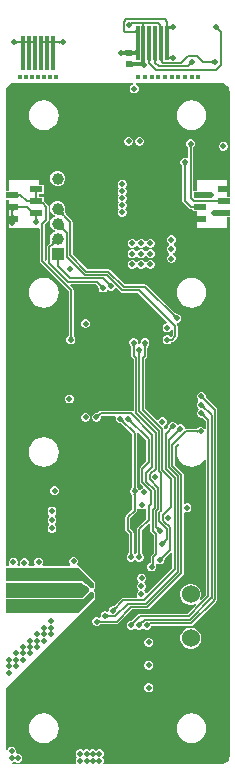
<source format=gbr>
%FSTAX26Y26*%
%MOMM*%
%SFA1B1*%

%IPPOS*%
%ADD23R,0.499999X0.499999*%
%ADD39C,0.152400*%
%ADD42C,0.304799*%
%ADD44C,0.507999*%
%ADD47C,0.999998*%
%ADD48R,0.999998X0.999998*%
%ADD49C,0.399999*%
%ADD50C,0.499999*%
%ADD51C,0.507999*%
%ADD52C,1.523997*%
%ADD53R,0.299999X2.999994*%
%ADD54R,0.999998X0.499999*%
%ADD55R,2.399995X1.999996*%
%LNpcb_copper_signal_bot-1*%
%LPD*%
G36*
X11047958Y63136703D02*
X10972749Y63057278D01*
X10885525Y63204699*
X10887557Y63203886*
X10890326Y6320414*
X10893882Y63205461*
X108982Y63207849*
X1090328Y63211278*
X10909122Y63215799*
X10923117Y63228016*
X10940186Y63244476*
X11047958Y63136703*
G37*
G36*
X12186793Y63114377D02*
X12157837Y63112878D01*
X12131929Y63108281*
X12109069Y63100661*
X12089257Y63090018*
X12072493Y63076277*
X12058777Y63059538*
X12048109Y63039701*
X12046889Y63036069*
X12052071Y63022429*
X12059869Y63008738*
X12069064Y62998045*
X12079655Y62990425*
X12091695Y62985878*
X12105132Y62984329*
X12035561*
X12034393Y62961977*
X11881993*
X11880824Y62984329*
X11811228*
X11824665Y62985878*
X11836704Y62990425*
X11847322Y62998045*
X11856516Y63008738*
X11864289Y63022429*
X11869496Y63036069*
X11868277Y63039701*
X11857609Y63059538*
X11843893Y63076277*
X11827129Y63090018*
X11807317Y63100661*
X11784457Y63108281*
X11758549Y63112878*
X11729593Y63114377*
X11958193Y63266777*
X12186793Y63114377*
G37*
G36*
X14034719Y63185751D02*
X14041043Y63090018D01*
X14043939Y63046305*
X14045717Y63039218*
X14052067Y63022429*
X14059865Y63008738*
X1406906Y62998045*
X14079677Y62990425*
X14091691Y62985878*
X14105128Y62984329*
X14048028*
X14049883Y62956389*
X14054632Y6293678*
X14060017Y6292248*
X14066012Y62913488*
X13850366*
X1385636Y6292248*
X13861745Y6293678*
X13866495Y62956389*
X13870609Y62981332*
X13870889Y62984329*
X1381125*
X13824686Y62985878*
X138367Y62990425*
X13847318Y62998045*
X13856512Y63008738*
X13864285Y63022429*
X1387066Y63039218*
X13875613Y63059005*
X13877823Y63073229*
X13881658Y63185751*
X13881989Y63242571*
X14034389*
X14034719Y63185751*
G37*
G36*
X14307642Y62885828D02*
X14340535Y6288471D01*
X14397355Y6288438*
Y6273198*
X14340535Y62731675*
X14307642Y62729491*
Y62633199*
X14288135Y62651944*
X14268272Y62668759*
X1424813Y62683567*
X14227632Y6269642*
X14206829Y62707291*
X14185722Y62716181*
X14172234Y62720524*
X14157426Y62719559*
X14140942Y6271293*
X14126946Y62704548*
X14116075Y62694642*
X14108303Y62683212*
X14103654Y62670258*
X1410208Y6265578*
Y62714276*
X14091589Y62711736*
X14077289Y62706377*
X14068298Y62700357*
Y62916028*
X14077289Y62910008*
X14091589Y62904624*
X1410208Y62902084*
Y6296058*
X14103654Y62946102*
X14108303Y62933148*
X14116075Y62921718*
X14126946Y62911812*
X14140942Y6290343*
X14158036Y62896572*
X14167104Y62894184*
X14185722Y62900204*
X14206829Y62909094*
X14227632Y62919965*
X1424813Y62932792*
X14268272Y62947626*
X14288135Y62964415*
X14307642Y62983186*
Y62885828*
G37*
G36*
X18343499Y62778614D02*
X18345658Y62752706D01*
X18349442Y62727967*
X18354827Y62704395*
X18361863Y62682018*
X18370499Y62660784*
X1838076Y62640743*
X18392648Y62621871*
X1840616Y62604167*
X18421299Y62587632*
X18313527Y62479885*
X18297017Y62494998*
X18279313Y62508511*
X18260415Y62520398*
X18240375Y62530659*
X18219166Y62539295*
X18196788Y62546331*
X18173217Y62551716*
X18148477Y62555501*
X18122569Y6255766*
X18095493Y62558193*
X18342965Y62805691*
X18343499Y62778614*
G37*
G36*
X11314277Y62273256D02*
X11312728Y62287734D01*
X1130808Y62300688*
X11300307Y62312118*
X11289411Y62322024*
X11275415Y62330406*
X11258321Y62337264*
X11238128Y62342598*
X11214785Y62346408*
X11188369Y62348694*
X11158829Y62349456*
Y62501856*
X11188369Y62502618*
X11214785Y62504904*
X11238128Y62508714*
X11258321Y62514048*
X11275415Y62520906*
X11289411Y62529288*
X11300307Y62539194*
X1130808Y62550624*
X11312728Y62563578*
X11314277Y62578056*
Y62273256*
G37*
G36*
X02654071Y613918D02*
X02652522Y61406278D01*
X02647873Y61419206*
X02640076Y61430636*
X02629204Y61440568*
X02615209Y6144895*
X02598115Y61455808*
X02577896Y61461116*
X02554605Y61464926*
X02547975Y6146551*
X02541371Y61464926*
X02518054Y61461116*
X02497836Y61455808*
X02480741Y6144895*
X02466746Y61440568*
X02455875Y61430636*
X02448102Y61419206*
X02443454Y61406278*
X02441879Y613918*
Y616966*
X02443454Y61682096*
X02448102Y61669168*
X02455875Y61657738*
X02466746Y61647806*
X02480741Y6163945*
X02497836Y61632566*
X02518054Y61627258*
X02541371Y61623448*
X02547975Y61622863*
X02554605Y61623448*
X02577896Y61627258*
X02598115Y61632566*
X02615209Y6163945*
X02629204Y61647806*
X02640076Y61657738*
X02647873Y61669168*
X02652522Y61682096*
X02654071Y616966*
Y613918*
G37*
G36*
X02154097D02*
X02152523Y61406278D01*
X02147874Y61419206*
X02140077Y61430636*
X02129205Y61440568*
X0211521Y6144895*
X02098116Y61455808*
X02077923Y61461116*
X02054606Y61464926*
X02047976Y6146551*
X02041372Y61464926*
X02018055Y61461116*
X01997837Y61455808*
X01980768Y6144895*
X01966772Y61440568*
X01955876Y61430636*
X01948103Y61419206*
X01943455Y61406278*
X0194188Y613918*
Y616966*
X01943455Y61682096*
X01948103Y61669168*
X01955876Y61657738*
X01966772Y61647806*
X01980768Y6163945*
X01997837Y61632566*
X02018055Y61627258*
X02041372Y61623448*
X02047976Y61622863*
X02054606Y61623448*
X02077923Y61627258*
X02098116Y61632566*
X0211521Y6163945*
X02129205Y61647806*
X02140077Y61657738*
X02147874Y61669168*
X02152523Y61682096*
X02154097Y616966*
Y613918*
G37*
G36*
X04154068Y613664D02*
X04152519Y61380878D01*
X04147845Y61393806*
X04140098Y61405236*
X04129201Y61415168*
X04115206Y6142355*
X04098112Y61430408*
X04077919Y61435716*
X04054576Y61439526*
X04047998Y6144011*
X04041368Y61439526*
X04018051Y61435716*
X03997858Y61430408*
X03980738Y6142355*
X03966768Y61415168*
X03955872Y61405236*
X03948099Y61393806*
X03943426Y61380878*
X03941876Y613664*
Y616712*
X03943426Y61656696*
X03948099Y61643768*
X03955872Y61632338*
X03966768Y61622406*
X03980738Y6161405*
X03997858Y61607166*
X04018051Y61601858*
X04041368Y61598048*
X04047998Y61597463*
X04054576Y61598048*
X04077919Y61601858*
X04098112Y61607166*
X04115206Y6161405*
X04129201Y61622406*
X04140098Y61632338*
X04147845Y61643768*
X04152519Y61656696*
X04154068Y616712*
Y613664*
G37*
G36*
X03654069D02*
X0365252Y61380878D01*
X03647846Y61393806*
X03640099Y61405236*
X03629202Y61415168*
X03615207Y6142355*
X03598113Y61430408*
X03577894Y61435716*
X03554603Y61439526*
X03547999Y6144011*
X03541369Y61439526*
X03518052Y61435716*
X03497859Y61430408*
X03480739Y6142355*
X03466769Y61415168*
X03455873Y61405236*
X034481Y61393806*
X03443452Y61380878*
X03441877Y613664*
Y616712*
X03443452Y61656696*
X034481Y61643768*
X03455873Y61632338*
X03466769Y61622406*
X03480739Y6161405*
X03497859Y61607166*
X03518052Y61601858*
X03541369Y61598048*
X03547999Y61597463*
X03554603Y61598048*
X03577894Y61601858*
X03598113Y61607166*
X03615207Y6161405*
X03629202Y61622406*
X03640099Y61632338*
X03647846Y61643768*
X0365252Y61656696*
X03654069Y616712*
Y613664*
G37*
G36*
X12034697Y61867338D02*
X12049887Y61638002D01*
X12054636Y61618368*
X12059996Y61604067*
X12066016Y61595076*
X1185037*
X11856364Y61604067*
X11861749Y61618368*
X11866499Y61638002*
X11870613Y61662945*
X11876938Y61728756*
X11881688Y61867338*
X11881993Y61924158*
X12034393*
X12034697Y61867338*
G37*
G36*
X01654098Y613918D02*
X01652524Y61406278D01*
X01647875Y61419206*
X01640103Y61430636*
X01629206Y61440568*
X01615211Y6144895*
X01598117Y61455808*
X01577924Y61461116*
X01554607Y61464926*
X01528165Y61467238*
X01498625Y61468*
Y616204*
X01528165Y61621136*
X01554607Y61623448*
X01577924Y61627258*
X01598117Y61632566*
X01615211Y6163945*
X01629206Y61647806*
X01640103Y61657738*
X01647875Y61669168*
X01652524Y61682096*
X01654098Y616966*
Y613918*
G37*
G36*
X01188643Y6170041D02*
X01208506Y6168362D01*
X01228648Y61668787*
X01249146Y6165596*
X01269949Y61645088*
X01291056Y61636198*
X01312494Y6162929*
X01334236Y61624337*
X01356309Y61621365*
X01378686Y616204*
Y61468*
X01356309Y61467009*
X01334236Y61464037*
X01312494Y6145911*
X01291056Y61452175*
X01269949Y61443285*
X01249146Y61432414*
X01228648Y61419587*
X01208506Y61404754*
X01188643Y61387964*
X01169136Y61369194*
Y6171918*
X01188643Y6170041*
G37*
G36*
X04443425Y61656696D02*
X04448098Y61643768D01*
X04455871Y61632338*
X04466767Y61622406*
X04480737Y6161405*
X04497857Y61607166*
X0451805Y61601858*
X04541367Y61598048*
X04567809Y61595736*
X04597349Y61595*
Y614426*
X04567809Y61441838*
X04541367Y61439526*
X0451805Y61435716*
X04497857Y61430408*
X04480737Y6142355*
X04466767Y61415168*
X04455871Y61405236*
X04448098Y61393806*
X04443425Y61380878*
X04441875Y613664*
Y616712*
X04443425Y61656696*
G37*
G36*
X04926838Y61343794D02*
X0490733Y61362564D01*
X04887468Y61379354*
X04867325Y61394187*
X04846828Y61407014*
X04826025Y61417885*
X04804918Y61426775*
X0478348Y6143371*
X04761738Y61438637*
X04739665Y61441609*
X04717288Y614426*
Y61595*
X04739665Y61595965*
X04761738Y61598937*
X0478348Y6160389*
X04804918Y61610798*
X04826025Y61619688*
X04846828Y6163056*
X04867325Y61643387*
X04887468Y6165822*
X0490733Y6167501*
X04926838Y6169378*
Y61343794*
G37*
G36*
X14060017Y61370692D02*
X14054632Y61356392D01*
X14049883Y61336783*
X14045768Y6131184*
X14039443Y61246029*
X14034719Y61107421*
X14034389Y61050601*
X13881989*
X13881658Y61107421*
X13866495Y61336783*
X13861745Y61356392*
X1385636Y61370692*
X13850366Y61379684*
X14066012*
X14060017Y61370692*
G37*
G36*
X1048004Y6039424D02*
X10476992Y60413722D01*
X10467848Y60431146*
X10452608Y60446539*
X10431272Y60459874*
X1040384Y60471151*
X10370312Y60480371*
X10330688Y6048756*
X10289692Y60492157*
X10273207Y60491141*
X10257485Y60488652*
X10244302Y60485705*
X10233609Y60482327*
X10225405Y60478466*
X10219715Y60474199*
Y60495992*
X1017524Y6049678*
Y6080158*
X10219715Y60802266*
Y60824186*
X10225405Y60819893*
X10233609Y60816058*
X10244302Y60812654*
X10257485Y60809733*
X10273207Y60807244*
X10285044Y60806126*
X10330688Y60809378*
X10370312Y60815448*
X1040384Y60823221*
X10431272Y60832746*
X10452608Y60843998*
X10467848Y60856977*
X10476992Y60871709*
X1048004Y60888143*
Y6039424*
G37*
G36*
X11314277Y60336379D02*
X11311204Y60365335D01*
X11301984Y60391243*
X11286566Y60414103*
X11265027Y60433915*
X11237315Y60450679*
X11203457Y60464395*
X11163427Y60475063*
X11129137Y60480727*
X11123295Y6048027*
X11083671Y60473666*
X11050143Y60465157*
X11022711Y60454743*
X11001375Y60442449*
X10986135Y60428276*
X10976991Y60412198*
X10973943Y6039424*
Y60888143*
X10976991Y60870185*
X10986135Y60854107*
X11001375Y60839908*
X11022711Y60827615*
X11050143Y60817226*
X11083671Y60808717*
X11123295Y60802088*
X11128578Y60801554*
X11163427Y60807295*
X11203457Y60817963*
X11237315Y60831679*
X11265027Y60848443*
X11286566Y60868255*
X11301984Y60891115*
X11311204Y60917023*
X11314277Y60945979*
Y60336379*
G37*
G36*
X14307642Y60042399D02*
X14288135Y60061144D01*
X14268272Y60077959*
X1424813Y60092767*
X14227632Y6010562*
X14206829Y60116491*
X14185722Y60125381*
X14167104Y60131375*
X14158036Y60128988*
X14140942Y6012213*
X14126946Y60113748*
X14116075Y60103842*
X14108303Y60092412*
X14103654Y60079458*
X1410208Y6006498*
Y60141002*
X14098066Y6014118*
Y6029358*
X1410208Y60293758*
Y6036978*
X14103654Y60355302*
X14108303Y60342348*
X14116075Y60330918*
X14126946Y60321012*
X14140942Y6031263*
X14158036Y60305772*
X14167104Y60303384*
X14185722Y60309404*
X14206829Y60318294*
X14227632Y60329165*
X1424813Y60341992*
X14268272Y60356826*
X14288135Y60373615*
X14307642Y60392386*
Y60042399*
G37*
G36*
X13605129Y59990431D02*
X13599464Y59989135D01*
X13594359Y59985198*
X13589889Y59978671*
X13586002Y59969527*
X135827Y59957766*
X13580008Y5994339*
X13577925Y59926397*
X13575538Y59884589*
X13575233Y59859748*
X13422833*
X13422299Y59885021*
X13417931Y59927667*
X13414121Y5994499*
X13409218Y59959697*
X13403224Y59971736*
X13396137Y5998116*
X13387959Y59987916*
X13378688Y59992006*
X13368324Y59993479*
X13605129Y59990431*
G37*
G36*
X13091693Y59988907D02*
X13079679Y59984335D01*
X13069062Y59976715*
X13059867Y59966047*
X13052069Y59952331*
X13045719Y59935567*
X13040766Y59915755*
X1303721Y59892895*
X13035102Y59866987*
X13034391Y59838031*
X12881991*
X12881279Y59866987*
X12879146Y59892895*
X12875615Y59915755*
X12870662Y59935567*
X12864287Y59952331*
X12856514Y59966047*
X1284732Y59976715*
X12836702Y59984335*
X12824688Y59988907*
X12811226Y59990431*
X1310513*
X13091693Y59988907*
G37*
G36*
X12591694D02*
X12579654Y59984335D01*
X12569063Y59976715*
X12559868Y59966047*
X1255207Y59952331*
X12545695Y59935567*
X12540767Y59915755*
X12537211Y59892895*
X12535103Y59866987*
X12534392Y59838031*
X12381992*
X1238128Y59866987*
X12379147Y59892895*
X12375616Y59915755*
X12370663Y59935567*
X12364288Y59952331*
X12356515Y59966047*
X12347321Y59976715*
X12336703Y59984335*
X12324689Y59988907*
X12311227Y59990431*
X12605131*
X12591694Y59988907*
G37*
G36*
X17863642Y59686799D02*
X17844135Y59705544D01*
X17824272Y59722359*
X1780413Y59737167*
X17783632Y5975002*
X17762829Y59760891*
X17741722Y59769781*
X17720284Y5977669*
X17698542Y59781643*
X17676469Y59784589*
X17654066Y5978558*
Y5993798*
X17676469Y5993897*
X17698542Y59941942*
X17720284Y5994687*
X17741722Y59953804*
X17762829Y59962694*
X17783632Y59973565*
X1780413Y59986392*
X17824272Y60001226*
X17844135Y60018015*
X17863642Y60036786*
Y59686799*
G37*
G36*
X16083889Y59611793D02*
X16056813Y5961126D01*
X16030905Y59609101*
X16006165Y59605316*
X15982594Y59599931*
X15960217Y59592895*
X15938982Y59584259*
X15918942Y59573998*
X15900069Y59562111*
X15882366Y59548598*
X1586583Y59533485*
X15758083Y59641232*
X15773196Y59657767*
X15786709Y59675471*
X15798596Y59694343*
X15808858Y59714384*
X15817519Y59735618*
X1582453Y59757995*
X15829915Y59781567*
X15833699Y59806306*
X15835858Y59832214*
X15836392Y59859291*
X16083889Y59611793*
G37*
G36*
X12110847Y59962796D02*
X12117146Y59874886D01*
X12120016Y59859138*
X1212342Y59845829*
X12127357Y59835034*
X12131802Y59826702*
X12136755Y59820835*
X11798376Y59802699*
X1178753Y5946399*
X11781739Y59468715*
X11773458Y59472906*
X11762663Y5947664*
X11749405Y59479865*
X11733631Y59482583*
X11694642Y59486546*
X11645696Y59488527*
X11617502Y59488781*
X11629821Y59793581*
X11658117Y59793784*
X11761571Y59800871*
X11774678Y59803487*
X11785219Y59806535*
X11791518Y59809227*
X11793931Y59815298*
X11796725Y59825712*
X11799138Y59838717*
X11801144Y59854236*
X11804116Y59892996*
X11805793Y59970289*
X12110593Y5999099*
X12110847Y59962796*
G37*
G36*
X10976991Y59870187D02*
X10986135Y59854109D01*
X11001375Y5983991*
X11022711Y59827617*
X11050143Y59817228*
X11083671Y59808719*
X11123295Y5980209*
X11169015Y59797365*
X11278743Y59793581*
Y59488781*
X11220831Y59487841*
X11123295Y59480272*
X11083671Y59473668*
X11050143Y59465159*
X11022711Y59454745*
X11001375Y59442451*
X10986135Y59428278*
X10976991Y594122*
X10973943Y59394242*
Y59888145*
X10976991Y59870187*
G37*
G36*
X1610741Y5273553D02*
X1609062Y52715668D01*
X16075787Y52695525*
X1606296Y52675028*
X16052088Y52654225*
X16043198Y52633118*
X1603629Y5261168*
X16031337Y52589938*
X16028365Y52567865*
X160274Y52545488*
X15875*
X15874009Y52567865*
X15871037Y52589938*
X1586611Y5261168*
X15859175Y52633118*
X15850285Y52654225*
X15839414Y52675028*
X15826587Y52695525*
X15811754Y52715668*
X15794964Y5273553*
X15776194Y52755038*
X1612618*
X1610741Y5273553*
G37*
G36*
X1562481Y5116073D02*
X1560802Y51140868D01*
X15593187Y51120725*
X1558036Y51100228*
X15569488Y51079425*
X15560598Y51058318*
X1555369Y5103688*
X15548737Y51015138*
X15545765Y50993065*
X155448Y50970688*
X153924*
X15391409Y50993065*
X15388437Y51015138*
X1538351Y5103688*
X15376575Y51058318*
X15367685Y51079425*
X15356814Y51100228*
X15343987Y51120725*
X15329154Y51140868*
X15312364Y5116073*
X15293594Y51180238*
X1564358*
X1562481Y5116073*
G37*
G36*
X03008096Y4882073D02*
X02995168Y48816056D01*
X02983738Y48808309*
X02973806Y48797413*
X0296545Y48783417*
X02958566Y48766323*
X02953258Y48746105*
X02949448Y48722788*
X02947136Y48696372*
X029464Y48666831*
X02794*
X02793238Y48696372*
X02790926Y48722788*
X02787116Y48746105*
X02781808Y48766323*
X0277495Y48783417*
X02766568Y48797413*
X02756636Y48808309*
X02745206Y48816056*
X02732278Y4882073*
X027178Y48822279*
X030226*
X03008096Y4882073*
G37*
G36*
X05043881Y58068006D02*
X1103282D01*
X11058093Y57941006*
X10962436Y57901408*
X10856366Y57795337*
X10798987Y5765678*
Y57506793*
X10856366Y57368236*
X10962436Y57262166*
X11100993Y57204787*
X1125098*
X11389537Y57262166*
X11495608Y57368236*
X11552986Y57506793*
Y5765678*
X11495608Y57795337*
X11389537Y57901408*
X11293881Y57941006*
X11319154Y58068006*
X18528995*
Y58066609*
X18720409Y58041413*
X18898793Y57967524*
X19051981Y57849998*
X19169532Y57696785*
X19243421Y57518427*
X19268617Y57326987*
X19270014*
Y48449788*
X19040576*
Y49854789*
X16500576*
Y48949787*
X16158362*
Y52525828*
X16164712Y52539417*
X16165449Y52555673*
X16166769Y52565503*
X16168979Y52575282*
X16172205Y52585264*
X16176548Y52595627*
X16182289Y52606575*
X16189579Y52618208*
X16198596Y52630476*
X16209543Y52643405*
X16225266Y52659788*
X16234765Y52684019*
X16270808Y52720036*
X16328186Y52858593*
Y5300858*
X16270808Y53147137*
X16164737Y53253208*
X1602618Y53310586*
X15876193*
X15737636Y53253208*
X15631566Y53147137*
X15574187Y5300858*
Y52858593*
X15631566Y52720036*
X15667609Y52684019*
X15677108Y52659788*
X15692831Y52643405*
X15703778Y52630476*
X15712795Y52618182*
X1572011Y52606549*
X15725825Y52595627*
X15730169Y52585264*
X15733395Y52575282*
X15735604Y52565503*
X15736925Y52555648*
X15737662Y52539417*
X15744012Y52525828*
Y51782446*
X15617012Y51705383*
X1554358Y51735786*
X15393593*
X15255036Y51678408*
X15148966Y51572337*
X15091587Y5143378*
Y51283793*
X15148966Y51145236*
X15185009Y51109219*
X15194508Y51084988*
X15210231Y51068605*
X15221178Y51055676*
X15230195Y51043382*
X1523751Y51031749*
X15243225Y51020827*
X15247569Y51010464*
X15250795Y51000482*
X15253004Y50990703*
X15254325Y50980848*
X15255062Y50964617*
X15261412Y50951028*
Y481076*
X15277185Y48028301*
X15322092Y47961092*
X15856889Y47426295*
X15924098Y47381388*
X16003397Y47365615*
X16103219*
X16117697Y47359163*
X16143046Y47358528*
X16143579Y47358477*
Y4719579*
X16500576*
Y45790789*
X19040576*
Y46695791*
X19270014*
Y01126998*
X19268617*
X19243421Y00935558*
X19169532Y00757174*
X19051981Y00603986*
X18898793Y00486435*
X18720409Y00412546*
X18528995Y0038735*
Y00385978*
X08603462*
X08540673Y00512978*
X08581186Y00610793*
Y0076078*
X08523808Y00899337*
X08445246Y009779*
X08523808Y01056436*
X08581186Y01194993*
Y0134498*
X08523808Y01483537*
X08417737Y01589608*
X0827918Y01646986*
X08129193*
X07990636Y01589608*
X079375Y01536446*
X07884337Y01589608*
X0774578Y01646986*
X07595793*
X07457236Y01589608*
X074041Y01536446*
X07350937Y01589608*
X0721238Y01646986*
X07062393*
X06923836Y01589608*
X068707Y01536446*
X06817537Y01589608*
X0667898Y01646986*
X06528993*
X06390436Y01589608*
X06284366Y01483537*
X06226987Y0134498*
Y01194993*
X06284366Y01056436*
X06362928Y009779*
X06284366Y00899337*
X06226987Y0076078*
Y00610793*
X062675Y00512978*
X06204712Y00385978*
X01028979*
Y0038735*
X00854075Y00410387*
X00861898Y00529945*
X00865225Y00538556*
X01000937Y00594766*
X010541Y00647928*
X01107236Y00594766*
X01245793Y00537387*
X0139578*
X01534337Y00594766*
X01640408Y00700836*
X01697786Y00839393*
Y0098938*
X01640408Y01127937*
X01534337Y01234008*
X0139578Y01291386*
X01245793*
X01150162Y01389227*
X01164386Y01423593*
Y0157358*
X01107008Y01712137*
X01000937Y01818208*
X0086238Y01875586*
X00712393*
X00573836Y01818208*
X00467766Y01712137*
X00410387Y0157358*
X00287959Y01584629*
Y06867169*
X0657799Y131572*
X07655128Y14234337*
X07655737Y14234566*
X07761808Y14340636*
X07762036Y14341246*
X0784418Y1442339*
X07884464Y14520595*
X07884439*
Y14910409*
X07872704Y14938756*
X07871129Y14969439*
X07853349Y14985466*
X0784418Y15007615*
X07815808Y1501935*
X07793024Y15039924*
X07741335Y15058288*
Y15193086*
X07793024Y1521145*
X07815808Y15232024*
X0784418Y15243759*
X07853349Y15265882*
X07871129Y15281935*
X07872704Y15312593*
X07884439Y15340965*
X07884464Y15730778*
X07844205Y15827984*
X0784418*
X07762036Y15910128*
X07761808Y15910737*
X07655737Y16016808*
X07655128Y16017036*
X06531584Y1714058*
X06434378Y17180839*
X06385585Y17212411*
X06360972Y17359401*
X06364808Y17363236*
X06422186Y17501793*
Y1765178*
X06364808Y17790337*
X06258737Y17896408*
X0612018Y17953786*
X05970193*
X05831636Y17896408*
X05725566Y17790337*
X05668187Y1765178*
Y17501793*
X05725566Y17363236*
X05780963Y17307839*
X0572836Y17180839*
X03452596Y17180864*
X03398774Y17306645*
X03456178Y17445202*
Y17595189*
X03398774Y17733746*
X03292729Y17839817*
X03154172Y17897195*
X03004185*
X02865628Y17839817*
X02759557Y17733746*
X02702179Y17595189*
Y17445202*
X02759557Y17306645*
X02705735Y17180864*
X02292375*
X02223998Y17307864*
X022606Y1739618*
Y17546167*
X02203196Y1768475*
X0209715Y17790795*
X01958594Y17848173*
X01808607*
X0167005Y17790795*
X01563979Y1768475*
X01506601Y17546167*
Y1739618*
X01543177Y17307864*
X01474825Y17180864*
X01323162*
X01270863Y17307864*
X01318793Y17423587*
Y17573574*
X01261389Y17712131*
X01155344Y17818176*
X01016787Y1787558*
X008668*
X00728243Y17818176*
X00622198Y17712131*
X00564794Y17573574*
Y17423587*
X00612724Y17307864*
X00560425Y17180864*
X00287959*
Y48189184*
X00600176*
Y45784185*
X03140176*
X03171012Y45669962*
Y430022*
X03186785Y42922901*
X03231692Y42855692*
X05634812Y40452573*
Y36741887*
X05629097Y36731448*
X05630367Y36727155*
X05628462Y36723116*
X05627725Y36706886*
X05626455Y3669792*
X05624398Y36689588*
X05621553Y36681511*
X05617743Y36673332*
X05612688Y36664773*
X05606161Y36655679*
X05597804Y36645951*
X0558739Y36635639*
X05571236Y36621796*
X05558815Y36597386*
X05496966Y36535537*
X05439587Y3639698*
Y36246993*
X05496966Y36108436*
X05603036Y36002366*
X05741593Y35944987*
X0589158*
X06030137Y36002366*
X06136208Y36108436*
X06193586Y36246993*
Y3639698*
X06136208Y36535537*
X06121425Y36550295*
X06116701Y36567008*
X06101765Y36585931*
X06090767Y36601476*
X06081547Y36616309*
X06073978Y3663033*
X06067933Y36643614*
X06063284Y3665606*
X06059855Y36667846*
X06057544Y36679047*
X06056198Y36689817*
X06055537Y36706098*
X06049162Y36719814*
Y405384*
X06033389Y40617673*
X05988481Y40684881*
Y40684907*
X05748299Y40925089*
X05796889Y41042412*
X07915173*
X08099552Y40858008*
X08104682Y40843911*
X08115655Y40831922*
X08121675Y40824023*
X08127034Y40815539*
X0813181Y40806217*
X08136051Y40795778*
X08139734Y40784018*
X08142808Y40770632*
X08145119Y40755595*
X08146516Y40738704*
X08146948Y40715971*
X08157387Y40692146*
Y40641193*
X08214766Y40502636*
X08320836Y40396566*
X08459393Y40339187*
X0860938*
X08747937Y40396566*
X08854008Y40502636*
X08863482Y40525547*
X08871889Y40527224*
X09006357Y40538577*
X09119793Y40491587*
X0926978*
X09408337Y40548966*
X09514408Y40655036*
X09534271Y40703042*
X0968408Y40732837*
X10025049Y40391892*
X10092258Y40346985*
X10171557Y40331212*
X11496573*
X13985798Y37841986*
X13933195Y37714986*
X13894993*
X13756436Y37657608*
X13650366Y37551537*
X13592987Y3741298*
Y37262993*
X13650366Y37124436*
X13756436Y37018366*
X13894993Y36960987*
X1404498*
X14183537Y37018366*
X14289608Y37124436*
X14300606Y37151005*
X14427606Y37125757*
Y36700815*
X14364436Y36637645*
X14267561Y36568278*
X14249704Y36575415*
X14183537Y36641608*
X1404498Y36698986*
X13894993*
X13756436Y36641608*
X13650366Y36535537*
X13592987Y3639698*
Y36246993*
X13650366Y36108436*
X13756436Y36002366*
X13894993Y35944987*
X1404498*
X14183537Y36002366*
X14256969Y36075797*
X14273276Y36082782*
X14276146Y3608992*
X14282851Y36093679*
X14288236Y36100512*
X14288617Y36100867*
X14289328Y36101426*
X14291056Y36102493*
X14294332Y36104042*
X14299615Y36105922*
X1430721Y36107878*
X14317268Y36109579*
X14329816Y36110773*
X14348815Y36111332*
X14377695Y36124311*
X14424025Y36133532*
X14491233Y36178439*
X14781276Y36468481*
X14826183Y36535715*
X14841956Y36614989*
Y37486005*
X14826183Y37565279*
X14781276Y37632487*
X14766975Y37646787*
X14819579Y37773787*
X1485778*
X14996337Y37831166*
X15102408Y37937236*
X15159786Y38075793*
Y3822578*
X15102408Y38364337*
X14996337Y38470408*
X1485778Y38527786*
X14806828*
X14783003Y38538226*
X1476027Y38538658*
X14743379Y38540055*
X14728342Y38542366*
X14714956Y38545439*
X14703196Y38549122*
X14692757Y3855339*
X14683435Y38558139*
X14674951Y38563499*
X14667052Y38569519*
X14655063Y38580491*
X14640941Y38585622*
X12262281Y40964281*
X12195073Y41009189*
X121158Y41024962*
X12115774*
X10373106*
X09138386Y42259681*
X09071178Y42304589*
X08991879Y42320362*
X07197801*
X05956427Y43561736*
Y46329574*
Y463296*
X05940679Y46408873*
X05895746Y46476081*
X05394045Y46977782*
X05390438Y46989669*
X05389245Y46990304*
X05388838Y46991574*
X05371693Y4701164*
X05361457Y47027947*
X05351373Y47049994*
X05342077Y47078366*
X05334304Y4711324*
X05328589Y4715449*
X05325465Y4720021*
X05327497Y47316796*
X05333187Y47382836*
X05325999Y47405518*
Y47571914*
X0523052Y47802342*
X05054168Y4797872*
X04823714Y48074199*
X0457426*
X04343806Y4797872*
X04167454Y47802342*
X04071975Y47571914*
Y4732246*
X04167454Y47092006*
X04343806Y46915628*
X04427651Y46880907*
Y46743467*
X04343806Y4670872*
X04167454Y46532368*
X04071975Y46301914*
Y4605246*
X04167454Y45822006*
X04343806Y45645654*
X04427651Y45610907*
Y45473467*
X04343806Y4543872*
X04167454Y45262342*
X04071975Y45031914*
Y4478246*
X04076395Y44771792*
X04076268Y44771157*
X04083405Y44733387*
X04086707Y44703314*
X04087342Y44676237*
X0408559Y44652057*
X0408178Y4463039*
X0407609Y44610858*
X04068572Y44592875*
X04059047Y44575907*
X04047185Y44559423*
X04041038Y4455259*
X04019905Y44538493*
X03841292Y44359855*
X03796385Y44292647*
X03780612Y44213348*
Y4308574*
X03663518Y43034788*
X03585362Y43098135*
Y46065973*
X03880281Y46360892*
X03925189Y46428101*
X03940962Y465074*
Y47590506*
X03925189Y47669805*
X03880281Y47737014*
X03578402Y48038893*
X03511194Y480838*
X03497199Y48086594*
Y48443184*
X03140176*
Y48689183*
X03497199*
Y49443182*
X03140176*
Y49848185*
X00600176*
Y48943183*
X00287959*
Y57326987*
X00289356*
X00314553Y57518427*
X00388442Y57696785*
X00505993Y57849998*
X0065918Y57967524*
X00837565Y58041413*
X01028979Y58066609*
Y58068006*
X01043889*
X01043914*
X05043881*
G37*
G36*
X01365656Y48704119D02*
X01370304Y48691165D01*
X01378077Y48679735*
X01388948Y48669829*
X01402943Y48661447*
X01420037Y48654589*
X01440256Y48649255*
X01463573Y48645445*
X01489989Y48643159*
X01519529Y48642397*
Y48489997*
X01489989Y48489235*
X01463573Y48486949*
X01440256Y48483139*
X01420037Y48477805*
X01402943Y48470947*
X01388948Y48462565*
X01378077Y48452659*
X01370304Y48441229*
X01365656Y48428275*
X01364081Y48413797*
Y48718597*
X01365656Y48704119*
G37*
G36*
X02947136Y48435996D02*
X02949448Y4840958D01*
X02953258Y48386263*
X02958566Y48366045*
X0296545Y4834895*
X02973806Y48334955*
X02983738Y48324084*
X02995168Y48316311*
X03008096Y48311638*
X030226Y48310088*
X027178*
X02732278Y48311638*
X02745206Y48316311*
X02756636Y48324084*
X02766568Y48334955*
X0277495Y4834895*
X02781808Y48366045*
X02787116Y48386263*
X02790926Y4840958*
X02793238Y48435996*
X02794Y48465536*
X029464*
X02947136Y48435996*
G37*
G36*
X18276697Y47920376D02*
X18275122Y4793488D01*
X18270474Y47947808*
X18262701Y47959238*
X18251805Y4796917*
X18237835Y47977526*
X18220715Y4798441*
X18200522Y47989718*
X18177205Y47993528*
X18150763Y4799584*
X18121249Y47996576*
Y48148976*
X18150763Y48149738*
X18177205Y4815205*
X18200522Y4815586*
X18220715Y48161168*
X18237835Y48168026*
X18251805Y48176408*
X18262701Y4818634*
X18270474Y4819777*
X18275122Y48210698*
X18276697Y48225176*
Y47920376*
G37*
G36*
X02373249Y479044D02*
X02371725Y47918878D01*
X02367127Y47931806*
X02359507Y47943236*
X02348839Y47953168*
X02335149Y4796155*
X02318359Y47968408*
X02298547Y47973716*
X02275687Y47977526*
X02249779Y47979838*
X02220849Y479806*
Y48133*
X02249779Y48133736*
X02275687Y48136048*
X02298547Y48139858*
X02318359Y48145166*
X02335149Y4815205*
X02348839Y48160406*
X02359507Y48170338*
X02367127Y48181768*
X02371725Y48194696*
X02373249Y482092*
Y479044*
G37*
G36*
X16276675Y47420377D02*
X16275126Y47434855D01*
X16270478Y47447809*
X16262705Y47459239*
X16251809Y47469145*
X16237813Y47477527*
X16220719Y47484385*
X16200526Y47489719*
X16177209Y47493529*
X16150767Y47495815*
X16121227Y47496577*
Y47648977*
X16150767Y47649739*
X16177209Y47652025*
X16200526Y47655835*
X16220719Y47661169*
X16237813Y47668027*
X16251809Y47676409*
X16262705Y47686315*
X16270478Y47697745*
X16275126Y47710699*
X16276675Y47725177*
Y47420377*
G37*
G36*
X01365656Y47704095D02*
X01370304Y47691167D01*
X01378077Y47679737*
X01388948Y47669805*
X01402943Y47661449*
X01420037Y47654565*
X01440256Y47649257*
X01463573Y47645447*
X01489989Y47643135*
X01519529Y47642399*
Y47489999*
X01489989Y47489237*
X01463573Y47486925*
X01440256Y47483115*
X01420037Y47477807*
X01402943Y47470949*
X01388948Y47462567*
X01378077Y47452635*
X01370304Y47441205*
X01365656Y47428277*
X01364081Y47413799*
Y47718599*
X01365656Y47704095*
G37*
G36*
X010081Y47320733D02*
X00995146Y47316059D01*
X00983716Y47308287*
X0097381Y47297416*
X00965428Y4728342*
X0095857Y47266326*
X00953236Y47246108*
X00949426Y47222791*
X0094714Y47196375*
X00946378Y47166834*
X00793978*
X00793216Y47196375*
X0079093Y47222791*
X0078712Y47246108*
X00781786Y47266326*
X00774928Y4728342*
X00766546Y47297416*
X0075664Y47308287*
X0074521Y47316059*
X00732256Y47320733*
X00717778Y47322282*
X01022578*
X010081Y47320733*
G37*
G36*
X02376398Y47389415D02*
X02434209Y47340215D01*
X02459431Y47322536*
X02482215Y47309455*
X02502535Y47300997*
X02520416Y47297111*
X02535859Y47297848*
X02548839Y47303207*
X02559354Y47313138*
X02373249Y47068206*
X02380538Y47081389*
X02383815Y47096426*
X02383078Y47113317*
X02378329Y47132087*
X02369566Y47152712*
X02356789Y47175191*
X02339975Y4719955*
X02319147Y47225737*
X02294331Y47253804*
X02265476Y47283725*
X02343835Y47420885*
X02376398Y47389415*
G37*
G36*
X0094714Y46935999D02*
X00949426Y46909583D01*
X00953236Y46886266*
X0095857Y46866048*
X00965428Y46848953*
X0097381Y46834958*
X00983716Y46824087*
X00995146Y46816314*
X010081Y46811641*
X01022578Y46810091*
X00717778*
X00732256Y46811641*
X0074521Y46816314*
X0075664Y46824087*
X00766546Y46834958*
X00774928Y46848953*
X00781786Y46866048*
X0078712Y46886266*
X0079093Y46909583*
X00793216Y46935999*
X00793978Y46965539*
X00946378*
X0094714Y46935999*
G37*
G36*
X05190134Y47323883D02*
X05187899Y47196756D01*
X0519176Y47140368*
X05198897Y47088755*
X05209387Y47041917*
X05223154Y46999829*
X05240223Y46962542*
X05260619Y4693003*
X05284317Y46902293*
X05166106Y46804961*
X05141239Y4682617*
X05110581Y46845855*
X05074107Y46864041*
X05031841Y46880729*
X04983759Y46895893*
X04929886Y46909532*
X04804714Y46932291*
X04733442Y46941409*
X04656353Y46949004*
X05196205Y47394596*
X05190134Y47323883*
G37*
G36*
X03008096Y46820734D02*
X02995168Y4681606D01*
X02983738Y46808288*
X02973806Y46797417*
X0296545Y46783421*
X02958566Y46766327*
X02953258Y46746109*
X02949448Y46722792*
X02947136Y46696376*
X029464Y46666861*
X02947365Y46644509*
X02950337Y46622436*
X0295529Y46600694*
X02962198Y46579256*
X02971088Y46558149*
X0298196Y46537346*
X02994787Y46516848*
X0300962Y46496706*
X0302641Y46476843*
X0304518Y46457336*
X02695194*
X02713964Y46476843*
X02730754Y46496706*
X02745587Y46516848*
X02758414Y46537346*
X02769285Y46558149*
X02778175Y46579256*
X0278511Y46600694*
X02790037Y46622436*
X02793009Y46644509*
X02794Y46666861*
X02793238Y46696376*
X02790926Y46722792*
X02787116Y46746109*
X02781808Y46766327*
X0277495Y46783421*
X02766568Y46797417*
X02756636Y46808288*
X02745206Y4681606*
X02732278Y46820734*
X027178Y46822283*
X030226*
X03008096Y46820734*
G37*
G36*
X0519943Y46098155D02*
X05207736Y45965922D01*
X05215585Y45907731*
X05225897Y45854823*
X05238699Y45807198*
X05253939Y45764856*
X05271617Y45727797*
X05291785Y45695997*
X05314416Y45669504*
X05206669Y45561758*
X05180177Y45584389*
X05148376Y45604557*
X05111318Y45622235*
X05068976Y45637475*
X05021351Y45650277*
X04968443Y45660589*
X04910251Y45668438*
X04778019Y45676743*
X04703978Y45677201*
X05198973Y46172196*
X0519943Y46098155*
G37*
G36*
X0458851Y44419545D02*
X04545457Y44427698D01*
X04504207Y4443222*
X04464685Y44433109*
X0442694Y44430391*
X04390974Y44424066*
X04356785Y44414109*
X0432435Y44400546*
X04293692Y4438335*
X04264787Y44362547*
X04237659Y44338113*
X04129913Y44445859*
X04154347Y44472987*
X0417515Y44501892*
X04192346Y4453255*
X04205909Y44564985*
X04215866Y44599174*
X04222191Y4463514*
X04224909Y44672885*
X0422402Y44712382*
X04219498Y44753657*
X04211345Y4479671*
X0458851Y44419545*
G37*
G36*
X04836896Y43138725D02*
X04823968Y43134127D01*
X04812538Y43126507*
X04802606Y43115839*
X0479425Y43102149*
X04787366Y43085359*
X04782058Y43065547*
X04778248Y43042687*
X04775936Y43016779*
X047752Y42987849*
X046228*
X04622038Y43016779*
X04619726Y43042687*
X04615916Y43065547*
X04610608Y43085359*
X0460375Y43102149*
X04595368Y43115839*
X04585436Y43126507*
X04574006Y43134127*
X04561078Y43138725*
X045466Y43140249*
X048514*
X04836896Y43138725*
G37*
G36*
X08990761Y41181756D02*
X09008465Y41168269D01*
X09027337Y41156356*
X09047378Y41146095*
X09068612Y41137459*
X0909099Y41130448*
X09114561Y41125038*
X09139301Y41121279*
X09165209Y41119094*
X09192285Y41118586*
X08944787Y40871089*
X08944279Y40898165*
X08942095Y40924073*
X08938336Y40948813*
X08932926Y40972384*
X08925915Y40994761*
X08917279Y41015996*
X08907018Y41036036*
X08895105Y41054909*
X08881618Y41072612*
X08866479Y41089148*
X08974226Y41196895*
X08990761Y41181756*
G37*
G36*
X08330361Y41029356D02*
X08348065Y41015869D01*
X08366937Y41003956*
X08386978Y40993695*
X08408212Y40985059*
X0843059Y40978048*
X08454161Y40972638*
X08478901Y40968879*
X08504809Y40966694*
X08531885Y40966186*
X08284387Y40718689*
X08283879Y40745765*
X08281695Y40771673*
X08277936Y40796413*
X08272526Y40819984*
X08265515Y40842361*
X08256879Y40863596*
X08246618Y40883636*
X08234705Y40902509*
X08221218Y40920212*
X08206079Y40936748*
X08313826Y41044495*
X08330361Y41029356*
G37*
G36*
X14578761Y38463956D02*
X14596465Y38450469D01*
X14615337Y38438556*
X14635378Y38428295*
X14656612Y38419659*
X1467899Y38412648*
X14702561Y38407238*
X14727301Y38403479*
X14753209Y38401294*
X14780285Y38400786*
X14532787Y38153289*
X14532279Y38180365*
X14530095Y38206273*
X14526336Y38231013*
X14520926Y38254584*
X14513915Y38276961*
X14505279Y38298196*
X14495018Y38318236*
X14483105Y38337109*
X14469618Y38354812*
X14454479Y38371348*
X14562226Y38479095*
X14578761Y38463956*
G37*
G36*
X059182Y36700409D02*
X05919089Y36678489D01*
X05921806Y36656594*
X05926353Y36634699*
X05932678Y3661283*
X05940856Y3659096*
X05950813Y36569116*
X05962599Y36547272*
X05976188Y36525454*
X05991606Y36503635*
X06008827Y36481816*
X05660618Y36517376*
X05680608Y36534471*
X0569849Y36552225*
X05714263Y36570589*
X05727928Y36589563*
X05739485Y36609197*
X05748959Y36629441*
X05756325Y36650345*
X05761583Y36671859*
X05764733Y36694008*
X057658Y36716766*
X059182Y36700409*
G37*
G36*
X14182344Y36456848D02*
X14194586Y36445164D01*
X14208328Y36434852*
X14223466Y36425911*
X14240078Y36418342*
X14258112Y36412144*
X14277594Y36407318*
X14298549Y36403889*
X14320901Y36401832*
X14344726Y36401146*
Y36248746*
X14321256Y36248035*
X14299234Y36245927*
X14278635Y36242447*
X14259509Y36237545*
X14241805Y36231271*
X14225549Y36223575*
X14210715Y36214481*
X14197355Y36204017*
X14185442Y36192129*
X14174952Y36178845*
X14171498Y36469929*
X14182344Y36456848*
G37*
G36*
X06434378Y17043374D02*
X07747Y15730778D01*
X07746974Y15340965*
X0757113Y15278455*
X07451953Y15290647*
X07430058Y15331236*
X0741238Y15373883*
X07405547Y15376728*
X07402017Y15383256*
X06792417Y15879953*
X06748195Y15893186*
X067056Y15910839*
X00287959*
Y170434*
X06434378Y17043374*
G37*
G36*
X073152Y15276677D02*
Y1497523D01*
X06731Y145034*
X00287959*
Y157734*
X067056*
X073152Y15276677*
G37*
G36*
X07747Y14910409D02*
Y14520595D01*
X06459778Y132334*
X00287959Y13233374*
Y14365935*
X06731Y14365909*
X06773367Y14383461*
X0681736Y1439644*
X0740156Y14868296*
X07405268Y14875078*
X0741238Y1487805*
X07429931Y14920417*
X07451877Y14960701*
X07571181Y14972893*
X07747Y14910409*
G37*
%LNpcb_copper_signal_bot-2*%
%LPC*%
G36*
X16028974Y56591809D02*
X15701619Y56548705D01*
X15396565Y56422366*
X15134615Y5622135*
X14933625Y559594*
X1480726Y55654346*
X14764156Y55326991*
X1480726Y54999636*
X14933625Y54694582*
X15134615Y54432606*
X15396565Y54231616*
X15701619Y54105276*
X16028974Y54062172*
X16356355Y54105276*
X16661409Y54231616*
X16923359Y54432606*
X17124349Y54694582*
X17250714Y54999636*
X17293818Y55326991*
X17250714Y55654346*
X17124349Y559594*
X16923359Y5622135*
X16661409Y56422366*
X16356355Y56548705*
X16028974Y56591809*
G37*
G36*
X03528999D02*
X03201619Y56548705D01*
X02896565Y56422366*
X02634615Y5622135*
X02433624Y559594*
X02307259Y55654346*
X02264156Y55326991*
X02307259Y54999636*
X02433624Y54694582*
X02634615Y54432606*
X02896565Y54231616*
X03201619Y54105276*
X03528999Y54062172*
X03856355Y54105276*
X04161409Y54231616*
X04423359Y54432606*
X04624349Y54694582*
X04750714Y54999636*
X04793818Y55326991*
X04750714Y55654346*
X04624349Y559594*
X04423359Y5622135*
X04161409Y56422366*
X03856355Y56548705*
X03528999Y56591809*
G37*
G36*
X1170818Y53513786D02*
X11558193D01*
X11419636Y53456408*
X11313566Y53350337*
X11256187Y5321178*
Y53061793*
X11313566Y52923236*
X11419636Y52817166*
X11558193Y52759787*
X1170818*
X11846737Y52817166*
X11952808Y52923236*
X12010186Y53061793*
Y5321178*
X11952808Y53350337*
X11846737Y53456408*
X1170818Y53513786*
G37*
G36*
X1076838D02*
X10618393D01*
X10479836Y53456408*
X10373766Y53350337*
X10316387Y5321178*
Y53061793*
X10373766Y52923236*
X10479836Y52817166*
X10618393Y52759787*
X1076838*
X10906937Y52817166*
X11013008Y52923236*
X11070386Y53061793*
Y5321178*
X11013008Y53350337*
X10906937Y53456408*
X1076838Y53513786*
G37*
G36*
X1879478Y53107386D02*
X18644793D01*
X18506236Y53050008*
X18400166Y52943937*
X18342787Y5280538*
Y52655393*
X18400166Y52516836*
X18506236Y52410766*
X18644793Y52353387*
X1879478*
X18933337Y52410766*
X19039408Y52516836*
X19096786Y52655393*
Y5280538*
X19039408Y52943937*
X18933337Y53050008*
X1879478Y53107386*
G37*
G36*
X04823714Y50614173D02*
X0457426D01*
X04343806Y5051872*
X04167454Y50342342*
X04071975Y50111888*
Y4986246*
X04167454Y49632006*
X04343806Y49455628*
X0457426Y49360175*
X04823714*
X05054168Y49455628*
X0523052Y49632006*
X05325999Y4986246*
Y50111888*
X0523052Y50342342*
X05054168Y5051872*
X04823714Y50614173*
G37*
G36*
X1023498Y49881586D02*
X10084993D01*
X09946436Y49824208*
X09840366Y49718137*
X09782987Y4957958*
Y49429593*
X09840366Y49291036*
X09925278Y4920615*
X09840366Y49121237*
X09782987Y4898268*
Y48832693*
X09840366Y48694136*
X09925278Y4860925*
X09840366Y48524337*
X09782987Y4838578*
Y48235793*
X09840366Y48097236*
X09925278Y4801235*
X09840366Y47927437*
X09782987Y4778888*
Y47638893*
X09840366Y47500336*
X09925278Y4741545*
X09840366Y47330537*
X09782987Y4719198*
Y47041993*
X09840366Y46903436*
X09946436Y46797366*
X10084993Y46739987*
X1023498*
X10373537Y46797366*
X10479608Y46903436*
X10536986Y47041993*
Y4719198*
X10479608Y47330537*
X10394696Y4741545*
X10479608Y47500336*
X10536986Y47638893*
Y4778888*
X10479608Y47927437*
X10394696Y4801235*
X10479608Y48097236*
X10536986Y48235793*
Y4838578*
X10479608Y48524337*
X10394696Y4860925*
X10479608Y48694136*
X10536986Y48832693*
Y4898268*
X10479608Y49121237*
X10394696Y4920615*
X10479608Y49291036*
X10536986Y49429593*
Y4957958*
X10479608Y49718137*
X10373537Y49824208*
X1023498Y49881586*
G37*
G36*
X1262258Y44877786D02*
X12472593D01*
X12334036Y44820408*
X12227966Y44714337*
X12222607Y44701409*
X12085167*
X12079808Y44714337*
X11973737Y44820408*
X1183518Y44877786*
X11685193*
X11546636Y44820408*
X11450955Y44724726*
X113792Y44719138*
X11307419Y44724726*
X11211737Y44820408*
X1107318Y44877786*
X10923193*
X10784636Y44820408*
X10678566Y44714337*
X10621187Y4457578*
Y44425793*
X10678566Y44287236*
X10784636Y44181166*
X10923193Y44123787*
X1107318*
X11211737Y44181166*
X11307419Y44276848*
X113792Y44282436*
X11450955Y44276848*
X11546636Y44181166*
X11685193Y44123787*
X1183518*
X11973737Y44181166*
X12079808Y44287236*
X12085167Y44300165*
X12222607*
X12227966Y44287236*
X12334036Y44181166*
X12472593Y44123787*
X1262258*
X12761137Y44181166*
X12867208Y44287236*
X12924586Y44425793*
Y4457578*
X12867208Y44714337*
X12761137Y44820408*
X1262258Y44877786*
G37*
G36*
Y43988786D02*
X12472593D01*
X12334036Y43931408*
X12227966Y43825337*
X12223826Y4381533*
X12086361*
X12084786Y4381914*
X11978741Y43925185*
X11840184Y43982589*
X11690197*
X1155164Y43925185*
X11454231Y43827801*
X11360505Y43823255*
X11317782Y43825337*
X11211737Y43931408*
X1107318Y43988786*
X10923193*
X10784636Y43931408*
X10678566Y43825337*
X10621187Y4368678*
Y43536793*
X10678566Y43398236*
X10784636Y43292166*
X10923193Y43234787*
X1107318*
X11211737Y43292166*
X11309146Y43389575*
X11402898Y43394096*
X11445595Y43392039*
X1155164Y43285994*
X11690197Y4322859*
X11840184*
X11978741Y43285994*
X12084786Y43392039*
X12088926Y43402046*
X12226417*
X12227966Y43398236*
X12334036Y43292166*
X12472593Y43234787*
X1262258*
X12761137Y43292166*
X12867208Y43398236*
X12924586Y43536793*
Y4368678*
X12867208Y43825337*
X12761137Y43931408*
X1262258Y43988786*
G37*
G36*
Y43099786D02*
X12472593D01*
X12334036Y43042408*
X12227966Y42936337*
X12222607Y42923409*
X12085167*
X12079808Y42936337*
X11973737Y43042408*
X1183518Y43099786*
X11685193*
X11546636Y43042408*
X11450955Y42946726*
X113792Y42941138*
X11307419Y42946726*
X11211737Y43042408*
X1107318Y43099786*
X10923193*
X10784636Y43042408*
X10678566Y42936337*
X10621187Y4279778*
Y42647793*
X10678566Y42509236*
X10784636Y42403166*
X10923193Y42345787*
X1107318*
X11211737Y42403166*
X11307419Y42498848*
X113792Y42504436*
X11450955Y42498848*
X11546636Y42403166*
X11685193Y42345787*
X1183518*
X11973737Y42403166*
X12079808Y42509236*
X12085167Y42522165*
X12222607*
X12227966Y42509236*
X12334036Y42403166*
X12472593Y42345787*
X1262258*
X12761137Y42403166*
X12867208Y42509236*
X12924586Y42647793*
Y4279778*
X12867208Y42936337*
X12761137Y43042408*
X1262258Y43099786*
G37*
G36*
X1440058Y45182586D02*
X14250593D01*
X14112036Y45125208*
X14005966Y45019137*
X13948587Y4488058*
Y44730593*
X14005966Y44592036*
X14112036Y44485966*
X14124965Y44480607*
Y44343167*
X14112036Y44337808*
X14005966Y44231737*
X13948587Y4409318*
Y43943193*
X14005966Y43804636*
X14112036Y43698566*
X14155648Y43680507*
Y43543067*
X14112036Y43525008*
X14005966Y43418937*
X13948587Y4328038*
Y43130393*
X14005966Y42991836*
X14112036Y42885766*
X14250593Y42828387*
X1440058*
X14539137Y42885766*
X14645208Y42991836*
X14702586Y43130393*
Y4328038*
X14645208Y43418937*
X14539137Y43525008*
X14495526Y43543067*
Y43680507*
X14539137Y43698566*
X14645208Y43804636*
X14702586Y43943193*
Y4409318*
X14645208Y44231737*
X14539137Y44337808*
X14526209Y44343167*
Y44480607*
X14539137Y44485966*
X14645208Y44592036*
X14702586Y44730593*
Y4488058*
X14645208Y45019137*
X14539137Y45125208*
X1440058Y45182586*
G37*
G36*
X16028974Y41591814D02*
X15701619Y4154871D01*
X15396565Y41422345*
X15134615Y41221355*
X14933625Y40959405*
X1480726Y40654351*
X14764156Y40326995*
X1480726Y39999615*
X14933625Y39694586*
X15134615Y39432636*
X15396565Y3923162*
X15701619Y39105255*
X16028974Y39062177*
X16356355Y39105255*
X16661409Y3923162*
X16923359Y39432636*
X17124349Y39694586*
X17250714Y39999615*
X17293818Y40326995*
X17250714Y40654351*
X17124349Y40959405*
X16923359Y41221355*
X16661409Y41422345*
X16356355Y4154871*
X16028974Y41591814*
G37*
G36*
X03528999D02*
X03201619Y4154871D01*
X02896565Y41422345*
X02634615Y41221355*
X02433624Y40959405*
X02307259Y40654351*
X02264156Y40326995*
X02307259Y39999615*
X02433624Y39694586*
X02634615Y39432636*
X02896565Y3923162*
X03201619Y39105255*
X03528999Y39062177*
X03856355Y39105255*
X04161409Y3923162*
X04423359Y39432636*
X04624349Y39694586*
X04750714Y39999615*
X04793818Y40326995*
X04750714Y40654351*
X04624349Y40959405*
X04423359Y41221355*
X04161409Y41422345*
X03856355Y4154871*
X03528999Y41591814*
G37*
G36*
X0713618Y38070586D02*
X06986193D01*
X06847636Y38013208*
X06741566Y37907137*
X06684187Y3776858*
Y37618593*
X06741566Y37480036*
X06847636Y37373966*
X06986193Y37316587*
X0713618*
X07274737Y37373966*
X07380808Y37480036*
X07438186Y37618593*
Y3776858*
X07380808Y37907137*
X07274737Y38013208*
X0713618Y38070586*
G37*
G36*
X0576458Y31695186D02*
X05614593D01*
X05476036Y31637808*
X05369966Y31531737*
X05312587Y3139318*
Y31243193*
X05369966Y31104636*
X05476036Y30998566*
X05614593Y30941187*
X0576458*
X05903137Y30998566*
X06009208Y31104636*
X06066586Y31243193*
Y3139318*
X06009208Y31531737*
X05903137Y31637808*
X0576458Y31695186*
G37*
G36*
X1122558Y36470386D02*
X11075593D01*
X10937036Y36413008*
X10830966Y36306937*
X10773587Y3616838*
Y36018393*
X10830966Y35879836*
X10867009Y35843819*
X10876508Y35819588*
X10892231Y35803205*
X10903178Y35790276*
X10912195Y35777982*
X1091951Y35766349*
X10925225Y35755427*
X10929569Y35745064*
X10932795Y35735082*
X10935004Y35725303*
X10936325Y35715448*
X10937062Y35699217*
X10943412Y35685628*
Y349758*
X10959185Y34896501*
X11004092Y34829292*
X11121212Y34712173*
Y30330038*
X10994212Y30284648*
X10956264Y30309997*
X10876965Y30325771*
X08338489*
X08259191Y30309997*
X08191982Y3026509*
X08125968Y30199076*
X08111896Y30193996*
X08099907Y30183023*
X08092236Y30177206*
X08084159Y30172202*
X08075422Y30167834*
X08065668Y30164024*
X08054619Y30160798*
X08042071Y30158207*
X08027771Y30156429*
X08011668Y30155616*
X07989468Y30155946*
X07963789Y30145786*
X07900593*
X07762036Y30088408*
X07655966Y29982337*
X07598587Y2984378*
Y29693793*
X07655966Y29555236*
X07762036Y29449166*
X07900593Y29391787*
X0805058*
X08189137Y29449166*
X08295208Y29555236*
X08352586Y29693793*
Y29733316*
X08362746Y29754474*
X08364016Y2977769*
X08366048Y29795292*
X08368918Y29811091*
X083725Y29825188*
X08376691Y29837684*
X0838139Y29848784*
X08386571Y29858639*
X08392236Y29867504*
X08398535Y29875657*
X08409508Y29887646*
X08414664Y29901794*
X08424291Y29911421*
X09578136*
X09658604Y29784421*
X09630587Y2971678*
Y29566793*
X09687966Y29428236*
X09794036Y29322166*
X09932593Y29264787*
X09983546*
X10007371Y29254348*
X10030104Y29253916*
X10046995Y29252519*
X10062032Y29250208*
X10075418Y29247134*
X10087178Y29243451*
X10097617Y2923921*
X10106939Y29234434*
X10115423Y29229075*
X10123322Y29223055*
X10135311Y29212082*
X10149408Y29206952*
X10994212Y28362173*
Y23902746*
X10987862Y23889157*
X10987125Y23872901*
X10985804Y23863071*
X10983595Y23853292*
X10980369Y2384331*
X10976025Y23832947*
X10970285Y23821999*
X10962995Y23810366*
X10953978Y23798098*
X10943031Y23785169*
X10927308Y23768786*
X10917809Y23744555*
X10881766Y23708537*
X10824387Y2356998*
Y23419993*
X10881766Y23281436*
X10917809Y23245419*
X10927308Y23221188*
X10943031Y23204805*
X10953978Y23191876*
X10962995Y23179582*
X1097031Y23167949*
X10976025Y23157027*
X10980369Y23146664*
X10983595Y23136682*
X10985804Y23126903*
X10987125Y23117048*
X10987862Y23100817*
X10994212Y23087228*
Y21955201*
X10496092Y21457081*
X10451185Y21389873*
X10435412Y213106*
Y21310574*
Y202438*
X10451185Y20164501*
X10496092Y20097292*
X10714812Y19878573*
Y18340146*
X10708462Y18326557*
X10707725Y18310301*
X10706404Y18300471*
X10704195Y18290692*
X10700969Y1828071*
X10696625Y18270347*
X10690885Y18259399*
X10683595Y18247766*
X10674578Y18235498*
X10663631Y18222569*
X10647908Y18206186*
X10638409Y18181955*
X10602366Y18145937*
X10544987Y1800738*
Y17857393*
X10602366Y17718836*
X10708436Y17612766*
X10846993Y17555387*
X1099698*
X11135537Y17612766*
X11181918Y17659146*
X112649Y17705755*
X11347856Y17659146*
X11394236Y17612766*
X11532793Y17555387*
X1168278*
X11821337Y17612766*
X11927408Y17718836*
X11984786Y17857393*
Y1800738*
X11927408Y18145937*
X11891365Y18181955*
X11881866Y18206186*
X11866143Y18222569*
X11855196Y18235498*
X11846179Y18247791*
X11838863Y18259425*
X11833148Y18270347*
X11828805Y1828071*
X11825579Y18290692*
X11823369Y18300471*
X11822049Y18310326*
X11821312Y18326557*
X11814962Y18340146*
Y20208773*
X12416612Y20810397*
X12543612Y20757819*
Y20156043*
Y20156017*
X12559385Y20076744*
X12604292Y20009535*
X12848412Y19765416*
Y18309894*
X12655092Y18116575*
X12610185Y18049367*
X12594412Y17970093*
Y17970068*
Y17471186*
X12574193*
X12435636Y17413808*
X12329566Y17307737*
X12272187Y1716918*
Y17019193*
X12329566Y16880636*
X12435636Y16774566*
X12574193Y16717187*
X1272418*
X12862737Y16774566*
X12968808Y16880636*
X13026186Y17019193*
Y1716918*
X13002869Y17225492*
X13038658Y17323104*
X13049986Y17329505*
X13169366Y17374844*
X13285393Y17326787*
X1343538*
X13573937Y17384166*
X13680008Y17490236*
X13737386Y17628793*
Y17679746*
X13747826Y17703571*
X13748258Y17726304*
X13749655Y17743195*
X13751966Y17758232*
X13755039Y17771618*
X13758722Y17783378*
X1376299Y17793817*
X13767739Y17803139*
X13773099Y17811623*
X13779119Y17819522*
X13790091Y17831511*
X13795222Y17845608*
X14270812Y18321197*
X14397812Y18268619*
Y16976801*
X12279909Y14858923*
X12144019Y14902611*
X12105208Y14996337*
X12058827Y15042718*
X12012218Y151257*
X12058827Y15208656*
X12105208Y15255036*
X12162586Y15393593*
Y1554358*
X12105208Y15682137*
X12070842Y15716504*
X12028119Y15825647*
X12071527Y15881756*
X12130608Y15940836*
X12187986Y16079393*
Y1622938*
X12130608Y16367937*
X12024537Y16474008*
X1188598Y16531386*
X11735993*
X11597436Y16474008*
X11491366Y16367937*
X11433987Y1622938*
Y16079393*
X11491366Y15940836*
X11525732Y1590647*
X11568455Y15797326*
X11525046Y15741218*
X11465966Y15682137*
X11408587Y1554358*
Y15393593*
X11465966Y15255036*
X11512346Y15208656*
X11558955Y151257*
X11512346Y15042718*
X11465966Y14996337*
X11408587Y1485778*
Y14707793*
X11449532Y14608962*
X11387328Y14481962*
X102616*
X10182301Y14466189*
X10115092Y14421281*
X09539808Y13846022*
X09525711Y13840891*
X09513722Y13829919*
X09505823Y13823899*
X09497339Y13818539*
X09488017Y13813764*
X09477578Y13809522*
X09465818Y13805839*
X09452432Y13802766*
X09437395Y13800455*
X09420504Y13799058*
X09397771Y13798626*
X09373946Y13788186*
X09322993*
X09184436Y13730808*
X09078366Y13624737*
X09020987Y1348618*
Y13383336*
X08981008Y13347928*
X08911056Y13309904*
X08903665Y13308126*
X0878718Y13356386*
X08637193*
X08498636Y13299008*
X08392566Y13192937*
X08335187Y1305438*
Y12904393*
X08242046Y12797409*
X08214537Y12791008*
X0807598Y12848386*
X07925993*
X07787436Y12791008*
X07681366Y12684937*
X07623987Y1254638*
Y12396393*
X07681366Y12257836*
X07787436Y12151766*
X07925993Y12094387*
X0807598*
X08214537Y12151766*
X08250555Y12187809*
X08274786Y12197308*
X08291169Y12213031*
X08304098Y12223978*
X08316391Y12232995*
X08328024Y1224031*
X08338946Y12246025*
X0834931Y12250369*
X08359292Y12253595*
X08369071Y12255804*
X08378926Y12257125*
X08395157Y12257862*
X08408746Y12264212*
X09677374*
X096774*
X09756673Y12279985*
X09823881Y12324892*
X11007801Y13508812*
X12293574*
X122936*
X12372873Y13524585*
X12440081Y13569492*
X15310281Y16439692*
X15355189Y16506901*
X15370962Y165862*
Y21674328*
X15497962Y21751391*
X15571393Y21720987*
X1572138*
X15859937Y21778366*
X15966008Y21884436*
X16023386Y22022993*
Y2217298*
X15966008Y22311537*
X15859937Y22417608*
X1572138Y22474986*
X15571393*
X15497962Y22444583*
X15370962Y22521646*
Y24891974*
Y24892*
X15355189Y24971273*
X15310281Y25038481*
X14608962Y25739801*
Y27320773*
X14859101Y27570887*
X14954783Y27486965*
X14933625Y27459406*
X1480726Y27154352*
X14764156Y26826997*
X1480726Y26499616*
X14933625Y26194588*
X15134615Y25932638*
X15396565Y25731622*
X15701619Y25605257*
X16028974Y25562179*
X16356355Y25605257*
X16661409Y25731622*
X16923359Y25932638*
X17115612Y26183183*
X17183328Y26182853*
X17242612Y26171067*
Y14690801*
X16837202Y14285391*
X16735577Y14363369*
X16779595Y14439646*
X168402Y14665756*
Y14899817*
X16779595Y15125928*
X16662577Y15328646*
X16497046Y15494177*
X16294328Y15611195*
X16068217Y156718*
X15834156*
X15608046Y15611195*
X15405328Y15494177*
X15239796Y15328646*
X15122779Y15125928*
X150622Y14899817*
Y14665756*
X15122779Y14439646*
X15239796Y14236928*
X15405328Y14071396*
X15608046Y13954379*
X15834156Y138938*
X16068217*
X16294328Y13954379*
X16370604Y13998397*
X16448582Y13896797*
X15687573Y13135762*
X11684*
X11604701Y13119989*
X11537492Y13075081*
X11063808Y12601422*
X11049711Y12596291*
X11037722Y12585319*
X11029823Y12579299*
X11021339Y12573939*
X11012017Y12569164*
X11001578Y12564922*
X10989818Y12561239*
X10976432Y12558166*
X10961395Y12555855*
X10944504Y12554458*
X10921771Y12554026*
X10897946Y12543586*
X10846993*
X10708436Y12486208*
X10602366Y12380137*
X10544987Y1224158*
Y12091593*
X10602366Y11953036*
X10708436Y11846966*
X10846993Y11789587*
X1099698*
X11135537Y11846966*
X11169218Y11880646*
X112522Y11944832*
X11335156Y11880646*
X11368836Y11846966*
X11507393Y11789587*
X1165738*
X11795937Y11846966*
X11829618Y11880646*
X119126Y11944832*
X11995556Y11880646*
X12029236Y11846966*
X12167793Y11789587*
X1231778*
X12456337Y11846966*
X12562408Y11953036*
X12619786Y12091593*
Y12111812*
X16001974*
X16002*
X16081273Y12127585*
X16148481Y12172492*
X18053481Y14077492*
X18098389Y14144701*
X18104764Y14176705*
X18155081Y14227022*
X18199989Y14294256*
X18215762Y14373529*
Y30403774*
Y304038*
X18199989Y30483073*
X18155081Y30550281*
X17300422Y31404966*
X17295291Y31419063*
X17284319Y31431052*
X17278299Y31438951*
X17272939Y31447435*
X17268164Y31456757*
X17263922Y31467196*
X17260239Y31478956*
X17257166Y31492342*
X17254855Y31507379*
X17253458Y3152427*
X17253026Y31547003*
X17242586Y31570828*
Y3162178*
X17185208Y31760337*
X17079137Y31866408*
X1694058Y31923786*
X16790593*
X16652036Y31866408*
X16545966Y31760337*
X16488587Y3162178*
Y31471793*
X16545966Y31333236*
X16605732Y3127347*
X16637939Y311912*
X16605732Y31108904*
X16545966Y31049137*
X16488587Y3091058*
Y30760593*
X16545966Y30622036*
X16605732Y3056227*
X16637939Y3048*
X16605732Y30397704*
X16545966Y30337937*
X16488587Y3019938*
Y30049393*
X16545966Y29910836*
X16652036Y29804766*
X16790593Y29747387*
X16841546*
X16865371Y29736948*
X16888104Y29736516*
X16904995Y29735119*
X16920032Y29732808*
X16933418Y29729734*
X16945178Y29726051*
X16955617Y2972181*
X16964939Y29717034*
X16973423Y29711675*
X16981322Y29705655*
X16993311Y29694682*
X17007408Y29689552*
X17242612Y29454373*
Y28809823*
X17115612Y28784575*
X17113961Y28788537*
X17007916Y28894608*
X16869359Y28951986*
X16719346*
X16580789Y28894608*
X16544772Y28858565*
X16520541Y28849066*
X16504158Y28833343*
X16491229Y28822396*
X16478961Y28813379*
X16467328Y28806063*
X16456406Y28800348*
X16446017Y28796005*
X16436035Y28792779*
X16426281Y28790569*
X16416426Y28789249*
X16400195Y28788512*
X16386581Y28782162*
X155702*
X15464586Y2887858*
X15407208Y29017137*
X15301137Y29123208*
X1516258Y29180586*
X15012593*
X14874036Y29123208*
X14777872Y29206647*
X14772208Y29220337*
X14666137Y29326408*
X1452758Y29383786*
X14377593*
X14239036Y29326408*
X14132966Y29220337*
X14075587Y2908178*
Y29030828*
X14065148Y29007003*
X14064716Y2898427*
X14063319Y28967379*
X14061008Y28952342*
X14057934Y28938956*
X14054251Y28927196*
X1405001Y28916757*
X14045234Y28907435*
X14039875Y28898951*
X14033855Y28891052*
X14022882Y28879063*
X14017752Y28864966*
X13891006Y28738195*
X13885443Y28738347*
X13761415Y28788233*
X13754989Y28820491*
X13710081Y28887699*
X13699312Y28898469*
X13729106Y29048278*
X13777137Y29068166*
X13883208Y29174236*
X13940586Y29312793*
Y2946278*
X13883208Y29601337*
X13777137Y29707408*
X1363858Y29764786*
X13488593*
X13350036Y29707408*
X13243966Y29601337*
X13224078Y29553306*
X13074269Y29523512*
X12094362Y30503418*
Y34672955*
X12236881Y34815475*
X12281789Y34882683*
X12297562Y34961957*
Y34961982*
Y35660228*
X12303912Y35673817*
X12304649Y35690073*
X12305969Y35699903*
X12308179Y35709682*
X12311405Y35719664*
X12315748Y35730027*
X12321489Y35740975*
X12328779Y35752608*
X12337796Y35764876*
X12348743Y35777805*
X12364466Y35794188*
X12373965Y35818419*
X12410008Y35854436*
X12467386Y35992993*
Y3614298*
X12410008Y36281537*
X12303937Y36387608*
X1216538Y36444986*
X12015393*
X11876836Y36387608*
X11770766Y36281537*
X11713387Y3614298*
Y36102467*
X11604498Y35994162*
X11527586Y36018393*
Y3616838*
X11470208Y36306937*
X11364137Y36413008*
X1122558Y36470386*
G37*
G36*
X0713618Y30145786D02*
X06986193D01*
X06847636Y30088408*
X06741566Y29982337*
X06684187Y2984378*
Y29693793*
X06741566Y29555236*
X06847636Y29449166*
X06986193Y29391787*
X0713618*
X07274737Y29449166*
X07380808Y29555236*
X07438186Y29693793*
Y2984378*
X07380808Y29982337*
X07274737Y30088408*
X0713618Y30145786*
G37*
G36*
X03528999Y28091815D02*
X03201619Y28048712D01*
X02896565Y27922347*
X02634615Y27721356*
X02433624Y27459406*
X02307259Y27154352*
X02264156Y26826997*
X02307259Y26499616*
X02433624Y26194588*
X02634615Y25932638*
X02896565Y25731622*
X03201619Y25605257*
X03528999Y25562179*
X03856355Y25605257*
X04161409Y25731622*
X04423359Y25932638*
X04624349Y26194588*
X04750714Y26499616*
X04793818Y26826997*
X04750714Y27154352*
X04624349Y27459406*
X04423359Y27721356*
X04161409Y27922347*
X03856355Y28048712*
X03528999Y28091815*
G37*
G36*
X0451998Y23922786D02*
X04369993D01*
X04231436Y23865408*
X04125366Y23759337*
X04067987Y2362078*
Y23470793*
X04125366Y23332236*
X04231436Y23226166*
X04369993Y23168787*
X0451998*
X04658537Y23226166*
X04764608Y23332236*
X04821986Y23470793*
Y2362078*
X04764608Y23759337*
X04658537Y23865408*
X0451998Y23922786*
G37*
G36*
X0429138Y22195586D02*
X04141393D01*
X04002836Y22138208*
X03896766Y22032137*
X03839387Y2189358*
Y21743593*
X03896766Y21605036*
X03992448Y21509355*
X03998036Y214376*
X03992448Y21365819*
X03896766Y21270137*
X03839387Y2113158*
Y20981593*
X03896766Y20843036*
X03943146Y20796656*
X03989755Y207137*
X03943146Y20630718*
X03896766Y20584337*
X03839387Y2044578*
Y20295793*
X03896766Y20157236*
X04002836Y20051166*
X04141393Y19993787*
X0429138*
X04429937Y20051166*
X04536008Y20157236*
X04593386Y20295793*
Y2044578*
X04536008Y20584337*
X04489627Y20630718*
X04443018Y207137*
X04489627Y20796656*
X04536008Y20843036*
X04593386Y20981593*
Y2113158*
X04536008Y21270137*
X04440326Y21365819*
X04434738Y214376*
X04440326Y21509355*
X04536008Y21605036*
X04593386Y21743593*
Y2189358*
X04536008Y22032137*
X04429937Y22138208*
X0429138Y22195586*
G37*
G36*
X1249558Y11095786D02*
X12345593D01*
X12207036Y11038408*
X12100966Y10932337*
X12043587Y1079378*
Y10643793*
X12100966Y10505236*
X12207036Y10399166*
X12345593Y10341787*
X1249558*
X12634137Y10399166*
X12740208Y10505236*
X12797586Y10643793*
Y1079378*
X12740208Y10932337*
X12634137Y11038408*
X1249558Y11095786*
G37*
G36*
X16093617Y119634D02*
X15859556D01*
X15633446Y11902795*
X15430728Y11785777*
X15265196Y11620246*
X15148179Y11417528*
X150876Y11191417*
Y10957356*
X15148179Y10731246*
X15265196Y10528528*
X15430728Y10362996*
X15633446Y10245979*
X15859556Y101854*
X16093617*
X16319728Y10245979*
X16522446Y10362996*
X16687977Y10528528*
X16804995Y10731246*
X168656Y10957356*
Y11191417*
X16804995Y11417528*
X16687977Y11620246*
X16522446Y11785777*
X16319728Y11902795*
X16093617Y119634*
G37*
G36*
X1249558Y09165386D02*
X12345593D01*
X12207036Y09108008*
X12100966Y09001937*
X12043587Y0886338*
Y08713393*
X12100966Y08574836*
X12207036Y08468766*
X12345593Y08411387*
X1249558*
X12634137Y08468766*
X12740208Y08574836*
X12797586Y08713393*
Y0886338*
X12740208Y09001937*
X12634137Y09108008*
X1249558Y09165386*
G37*
G36*
Y07234986D02*
X12345593D01*
X12207036Y07177608*
X12100966Y07071537*
X12043587Y0693298*
Y06782993*
X12100966Y06644436*
X12207036Y06538366*
X12345593Y06480987*
X1249558*
X12634137Y06538366*
X12740208Y06644436*
X12797586Y06782993*
Y0693298*
X12740208Y07071537*
X12634137Y07177608*
X1249558Y07234986*
G37*
G36*
X16028974Y04691811D02*
X15701619Y04648708D01*
X15396565Y04522368*
X15134615Y04321352*
X14933625Y04059402*
X1480726Y03754348*
X14764156Y03426993*
X1480726Y03099638*
X14933625Y02794584*
X15134615Y02532634*
X15396565Y02331618*
X15701619Y02205278*
X16028974Y02162175*
X16356355Y02205278*
X16661409Y02331618*
X16923359Y02532634*
X17124349Y02794584*
X17250714Y03099638*
X17293818Y03426993*
X17250714Y03754348*
X17124349Y04059402*
X16923359Y04321352*
X16661409Y04522368*
X16356355Y04648708*
X16028974Y04691811*
G37*
G36*
X03528999D02*
X03201619Y04648708D01*
X02896565Y04522368*
X02634615Y04321352*
X02433624Y04059402*
X02307259Y03754348*
X02264156Y03426993*
X02307259Y03099638*
X02433624Y02794584*
X02634615Y02532634*
X02896565Y02331618*
X03201619Y02205278*
X03528999Y02162175*
X03856355Y02205278*
X04161409Y02331618*
X04423359Y02532634*
X04624349Y02794584*
X04750714Y03099638*
X04793818Y03426993*
X04750714Y03754348*
X04624349Y04059402*
X04423359Y04321352*
X04161409Y04522368*
X03856355Y04648708*
X03528999Y04691811*
G37*
%LNpcb_copper_signal_bot-3*%
%LPD*%
G36*
X1130681Y3589533D02*
X1129002Y35875468D01*
X11275187Y35855325*
X1126236Y35834828*
X11251488Y35814025*
X11242598Y35792918*
X1123569Y3577148*
X11230737Y35749738*
X11227765Y35727665*
X112268Y35705288*
X110744*
X11073409Y35727665*
X11070437Y35749738*
X1106551Y3577148*
X11058575Y35792918*
X11049685Y35814025*
X11038814Y35834828*
X11025987Y35855325*
X11011154Y35875468*
X10994364Y3589533*
X10975594Y35914838*
X1132558*
X1130681Y3589533*
G37*
G36*
X1224661Y3586993D02*
X1222982Y35850068D01*
X12214987Y35829925*
X1220216Y35809428*
X12191288Y35788625*
X12182398Y35767518*
X1217549Y3574608*
X12170537Y35724338*
X12167565Y35702265*
X121666Y35679888*
X120142*
X12013209Y35702265*
X12010237Y35724338*
X1200531Y3574608*
X11998375Y35767518*
X11989485Y35788625*
X11978614Y35809428*
X11965787Y35829925*
X11950954Y35850068*
X11934164Y3586993*
X11915394Y35889438*
X1226538*
X1224661Y3586993*
G37*
G36*
X1176401Y3531113D02*
X1174722Y35291268D01*
X11732387Y35271125*
X1171956Y35250628*
X11708688Y35229825*
X11699798Y35208718*
X1169289Y3518728*
X11687937Y35165538*
X11684965Y35143465*
X11684Y35121088*
X115316*
X11530609Y35143465*
X11527637Y35165538*
X1152271Y3518728*
X11515775Y35208718*
X11506885Y35229825*
X11496014Y35250628*
X11483187Y35271125*
X11468354Y35291268*
X11451564Y3531113*
X11432794Y35330638*
X1178278*
X1176401Y3531113*
G37*
G36*
X17116094Y31517209D02*
X17118279Y31491301D01*
X17122038Y31466561*
X17127448Y3144299*
X17134459Y31420612*
X17143095Y31399378*
X17153356Y31379337*
X17165269Y31360465*
X17178756Y31342761*
X17193895Y31326226*
X17086148Y31218479*
X17069612Y31233618*
X17051909Y31247105*
X17033036Y31259018*
X17012996Y31269279*
X16991761Y31277915*
X16969384Y31284926*
X16945813Y31290336*
X16921073Y31294095*
X16895165Y31296279*
X16868089Y31296787*
X17115586Y31544285*
X17116094Y31517209*
G37*
G36*
Y30806009D02*
X17118279Y30780101D01*
X17122038Y30755361*
X17127448Y3073179*
X17134459Y30709412*
X17143095Y30688178*
X17153356Y30668137*
X17165269Y30649265*
X17178756Y30631561*
X17193895Y30615026*
X17086148Y30507279*
X17069612Y30522418*
X17051909Y30535905*
X17033036Y30547818*
X17012996Y30558079*
X16991761Y30566715*
X16969384Y30573726*
X16945813Y30579136*
X16921073Y30582895*
X16895165Y30585079*
X16868089Y30585587*
X17115586Y30833085*
X17116094Y30806009*
G37*
G36*
X08308213Y29980559D02*
X08293176Y29964176D01*
X08279638Y29946549*
X08267598Y29927753*
X08257082Y29907712*
X08248065Y29886478*
X08240547Y29863999*
X08234527Y29840326*
X08230006Y29815459*
X08227009Y29789348*
X08225485Y29762043*
X07987334Y30018507*
X08014131Y30018101*
X08039811Y30019396*
X08064373Y30022469*
X08087791Y3002727*
X08110093Y30033798*
X08131251Y30042078*
X08151291Y3005206*
X08170189Y30063821*
X08187969Y30077308*
X08204631Y30092523*
X08308213Y29980559*
G37*
G36*
X17116094Y30094809D02*
X17118279Y30068901D01*
X17122038Y30044161*
X17127448Y3002059*
X17134459Y29998212*
X17143095Y29976978*
X17153356Y29956937*
X17165269Y29938065*
X17178756Y29920361*
X17193895Y29903826*
X17086148Y29796079*
X17069612Y29811218*
X17051909Y29824705*
X17033036Y29836618*
X17012996Y29846879*
X16991761Y29855515*
X16969384Y29862526*
X16945813Y29867936*
X16921073Y29871695*
X16895165Y29873879*
X16868089Y29874387*
X17115586Y30121885*
X17116094Y30094809*
G37*
G36*
X10938129Y29631817D02*
X10940288Y29605909D01*
X10944047Y2958117*
X10949457Y29557599*
X10956467Y29535221*
X10965129Y29513987*
X1097539Y29493946*
X10987278Y29475074*
X11000765Y2945737*
X11015903Y29440835*
X10908157Y29333088*
X10891621Y29348226*
X10873917Y29361739*
X10855045Y29373626*
X10835005Y29383888*
X1081377Y29392524*
X10791393Y29399534*
X10767822Y29404945*
X10743082Y29408729*
X10717174Y29410888*
X10690098Y29411396*
X10937595Y29658894*
X10938129Y29631817*
G37*
G36*
X10258094Y29612209D02*
X10260279Y29586301D01*
X10264038Y29561561*
X10269448Y2953799*
X10276459Y29515612*
X10285095Y29494378*
X10295356Y29474337*
X10307269Y29455465*
X10320756Y29437761*
X10335895Y29421226*
X10228148Y29313479*
X10211612Y29328618*
X10193909Y29342105*
X10175036Y29354018*
X10154996Y29364279*
X10133761Y29372915*
X10111384Y29379926*
X10087813Y29385336*
X10063073Y29389095*
X10037165Y29391279*
X10010089Y29391787*
X10257586Y29639285*
X10258094Y29612209*
G37*
G36*
X14450085Y28756787D02*
X14423009Y28756279D01*
X14397101Y28754095*
X14372361Y28750336*
X1434879Y28744926*
X14326412Y28737915*
X14305178Y28729279*
X14285137Y28719018*
X14266265Y28707105*
X14248561Y28693618*
X14232026Y28678479*
X14124279Y28786226*
X14139418Y28802761*
X14152905Y28820465*
X14164818Y28839337*
X14175079Y28859378*
X14183715Y28880612*
X14190726Y2890299*
X14196136Y28926561*
X14199895Y28951301*
X14202079Y28977209*
X14202587Y29004285*
X14450085Y28756787*
G37*
G36*
X15085085Y28553587D02*
X15058009Y28553079D01*
X15032101Y28550895*
X15007361Y28547136*
X1498379Y28541726*
X14961412Y28534715*
X14940178Y28526079*
X14920137Y28515818*
X14901265Y28503905*
X14883561Y28490418*
X14867026Y28475279*
X14759279Y28583026*
X14774418Y28599561*
X14787905Y28617265*
X14799818Y28636137*
X14810079Y28656178*
X14818715Y28677412*
X14825726Y2869979*
X14831136Y28723361*
X14834895Y28748101*
X14837079Y28774009*
X14837587Y28801085*
X15085085Y28553587*
G37*
G36*
X16615816Y28399994D02*
X16596283Y28418764D01*
X16576446Y28435554*
X16556278Y28450387*
X16535806Y28463214*
X16515003Y28474085*
X16493896Y28482975*
X16472458Y2848991*
X16450716Y28494837*
X16428643Y28497809*
X16406241Y284988*
Y286512*
X16428643Y28652165*
X16450716Y28655137*
X16472458Y2866009*
X16493896Y28666998*
X16515003Y28675888*
X16535806Y2868676*
X16556278Y28699587*
X16576446Y2871442*
X16596283Y2873121*
X16615816Y2874998*
Y28399994*
G37*
G36*
X11278565Y23860709D02*
X11281537Y23838636D01*
X1128649Y23816894*
X11293398Y23795456*
X11302288Y23774349*
X1131316Y23753546*
X11325987Y23733048*
X1134082Y23712906*
X1135761Y23693043*
X1137638Y23673536*
X11026394*
X11045164Y23693043*
X11061954Y23712906*
X11076787Y23733048*
X11089614Y23753546*
X11100485Y23774349*
X11109375Y23795456*
X1111631Y23816894*
X11121237Y23838636*
X11124209Y23860709*
X111252Y23883086*
X112776*
X11278565Y23860709*
G37*
G36*
X12213412Y27842591D02*
Y26044601D01*
X11715292Y25546481*
X11670385Y25479273*
X11654612Y254*
Y25399974*
Y24268277*
Y24268252*
X11670385Y24188978*
X11715292Y24121745*
X11923928Y23913109*
X11884355Y23773079*
X11800636Y23738408*
X11694566Y23632337*
X11692305Y23626826*
X11554841*
X11521008Y23708537*
X11484965Y23744555*
X11475466Y23768786*
X11459743Y23785169*
X11448796Y23798098*
X11439779Y23810391*
X11432463Y23822025*
X11426748Y23832947*
X11422405Y2384331*
X11419179Y23853292*
X11416969Y23863071*
X11415649Y23872926*
X11414912Y23889157*
X11408562Y23902746*
Y28448*
X11403634Y28472739*
X11520678Y28535325*
X12213412Y27842591*
G37*
G36*
X1135761Y2329693D02*
X1134082Y23277068D01*
X11325987Y23256925*
X1131316Y23236428*
X11302288Y23215625*
X11293398Y23194518*
X1128649Y2317308*
X11281537Y23151338*
X11278565Y23129265*
X112776Y23106888*
X111252*
X11124209Y23129265*
X11121237Y23151338*
X1111631Y2317308*
X11109375Y23194518*
X11100485Y23215625*
X11089614Y23236428*
X11076787Y23256925*
X11061954Y23277068*
X11045164Y2329693*
X11026394Y23316438*
X1137638*
X1135761Y2329693*
G37*
G36*
X13181761Y20480756D02*
X13199465Y20467269D01*
X13218337Y20455356*
X13238378Y20445095*
X13259612Y20436459*
X1328199Y20429448*
X13305561Y20424038*
X13330301Y20420279*
X13356209Y20418094*
X13383285Y20417586*
X13135787Y20170089*
X13135279Y20197165*
X13133095Y20223073*
X13129336Y20247813*
X13123926Y20271384*
X13116915Y20293761*
X13108279Y20314996*
X13098018Y20335036*
X13086105Y20353909*
X13072618Y20371612*
X13057479Y20388148*
X13165226Y20495895*
X13181761Y20480756*
G37*
G36*
X13891895Y19295948D02*
X13876756Y19279412D01*
X13863269Y19261709*
X13851356Y19242836*
X13841095Y19222796*
X13832459Y19201561*
X13825448Y19179184*
X13820038Y19155613*
X13816279Y19130873*
X13814094Y19104965*
X13813586Y19077889*
X13566089Y19325386*
X13593165Y19325894*
X13619073Y19328079*
X13643813Y19331838*
X13667384Y19337248*
X13689761Y19344259*
X13710996Y19352895*
X13731036Y19363156*
X13749909Y19375069*
X13767612Y19388556*
X13784148Y19403695*
X13891895Y19295948*
G37*
G36*
X11597436Y22032366D02*
X11735993Y21974987D01*
X1188598*
X12024537Y22032366*
X12061012Y2206884*
X12188012Y22016237*
Y21167801*
X11461292Y20441081*
X11416385Y20373873*
X11400612Y202946*
Y20294574*
Y18340146*
X11394262Y18326557*
X11393525Y18310301*
X11392204Y18300471*
X11389995Y18290692*
X11386769Y1828071*
X11382425Y18270347*
X11376685Y18259399*
X11369395Y18247766*
X11360378Y18235498*
X11349431Y18222569*
X11340642Y18213425*
X11315598Y18202554*
X112649Y18192343*
X11214176Y18202554*
X11189131Y18213425*
X11180343Y18222569*
X11169396Y18235498*
X11160379Y18247791*
X11153063Y18259425*
X11147348Y18270347*
X11143005Y1828071*
X11139779Y18290692*
X11137569Y18300471*
X11136249Y18310326*
X11135512Y18326557*
X11129162Y18340146*
Y199644*
X11113389Y20043673*
X11068481Y20110881*
Y20110907*
X10849762Y20329601*
Y21224773*
X11347881Y21722892*
X11392789Y21790101*
X11408562Y218694*
Y22041637*
X11535562Y2209424*
X11597436Y22032366*
G37*
G36*
X11684965Y18298109D02*
X11687937Y18276036D01*
X1169289Y18254294*
X11699798Y18232856*
X11708688Y18211749*
X1171956Y18190946*
X11732387Y18170448*
X1174722Y18150306*
X1176401Y18130443*
X1178278Y18110936*
X11432794*
X11451564Y18130443*
X11468354Y18150306*
X11483187Y18170448*
X11496014Y18190946*
X11506885Y18211749*
X11515775Y18232856*
X1152271Y18254294*
X11527637Y18276036*
X11530609Y18298109*
X115316Y18320486*
X11684*
X11684965Y18298109*
G37*
G36*
X10999165D02*
X11002137Y18276036D01*
X1100709Y18254294*
X11013998Y18232856*
X11022888Y18211749*
X1103376Y18190946*
X11046587Y18170448*
X1106142Y18150306*
X1107821Y18130443*
X1109698Y18110936*
X10746994*
X10765764Y18130443*
X10782554Y18150306*
X10797387Y18170448*
X10810214Y18190946*
X10821085Y18211749*
X10829975Y18232856*
X1083691Y18254294*
X10841837Y18276036*
X10844809Y18298109*
X108458Y18320486*
X109982*
X10999165Y18298109*
G37*
G36*
X13688695Y17924348D02*
X13673556Y17907812D01*
X13660069Y17890109*
X13648156Y17871236*
X13637895Y17851196*
X13629259Y17829961*
X13622248Y17807584*
X13616838Y17784013*
X13613079Y17759273*
X13610894Y17733365*
X13610386Y17706289*
X13362889Y17953786*
X13389965Y17954294*
X13415873Y17956479*
X13440613Y17960238*
X13464184Y17965648*
X13486561Y17972659*
X13507796Y17981295*
X13527836Y17991556*
X13546709Y18003469*
X13564412Y18016956*
X13580948Y18032095*
X13688695Y17924348*
G37*
G36*
X09726295Y13631748D02*
X09711156Y13615212D01*
X09697669Y13597509*
X09685756Y13578636*
X09675495Y13558596*
X09666859Y13537361*
X09659848Y13514984*
X09654438Y13491413*
X09650679Y13466673*
X09648494Y13440765*
X09647986Y13413689*
X09400489Y13661186*
X09427565Y13661694*
X09453473Y13663879*
X09478213Y13667638*
X09501784Y13673048*
X09524161Y13680059*
X09545396Y13688695*
X09565436Y13698956*
X09584309Y13710869*
X09602012Y13724356*
X09618548Y13739495*
X09726295Y13631748*
G37*
G36*
X08924671Y13115366D02*
X08942425Y13097484D01*
X08960789Y13081711*
X08979763Y13068046*
X08999397Y13056489*
X09019641Y13047014*
X09040545Y13039648*
X09062059Y13034391*
X09084208Y13031241*
X09106966Y130302*
X09090609Y128778*
X09068689Y12876885*
X09046794Y12874167*
X09024899Y12869621*
X0900303Y12863296*
X0898116Y12855117*
X08959316Y12845161*
X08937472Y12833375*
X08915654Y12819786*
X08893835Y12804368*
X08872016Y12787147*
X08907576Y13135356*
X08924671Y13115366*
G37*
G36*
X08199043Y1262761D02*
X08218906Y1261082D01*
X08239048Y12595987*
X08259546Y1258316*
X08280349Y12572288*
X08301456Y12563398*
X08322894Y1255649*
X08344636Y12551537*
X08366709Y12548565*
X08389086Y125476*
Y123952*
X08366709Y12394209*
X08344636Y12391237*
X08322894Y1238631*
X08301456Y12379375*
X08280349Y12370485*
X08259546Y12359614*
X08239048Y12346787*
X08218906Y12331954*
X08199043Y12315164*
X08179536Y12296394*
Y1264638*
X08199043Y1262761*
G37*
G36*
X1190884Y12390653D02*
X11893677Y12374067D01*
X11880189Y12356338*
X11868353Y12337465*
X11858193Y12317399*
X11849709Y12296216*
X11842877Y12273864*
X11837746Y12250343*
X11834266Y1222568*
X11832437Y12199848*
X1183231Y12172899*
X11581079Y12416586*
X11608257Y12417526*
X11634266Y12420015*
X11659057Y12424105*
X11682679Y12429744*
X11705107Y12436983*
X11726316Y12445771*
X11746357Y1245616*
X11765229Y12468098*
X11782882Y1248161*
X11799366Y12496698*
X1190884Y12390653*
G37*
G36*
X11250295Y12387148D02*
X11235156Y12370612D01*
X11221669Y12352909*
X11209756Y12334036*
X11199495Y12313996*
X11190859Y12292761*
X11183848Y12270384*
X11178438Y12246813*
X11174679Y12222073*
X11172494Y12196165*
X11171986Y12169089*
X10924489Y12416586*
X10951565Y12417094*
X10977473Y12419279*
X11002213Y12423038*
X11025784Y12428448*
X11048161Y12435459*
X11069396Y12444095*
X11089436Y12454356*
X11108309Y12466269*
X11126012Y12479756*
X11142548Y12494895*
X11250295Y12387148*
G37*
G54D23*
X10726978Y59641181D03*
Y60641179D03*
G54D39*
X08001Y124714D02*
X096774D01*
X10922Y13716*
X122936*
X151638Y165862*
Y24892*
X144018Y25654*
Y274066*
X155702Y28575*
X16794353*
X177292Y29972D02*
X168656Y308356D01*
Y315468D02*
X180086Y304038D01*
Y14373529*
X17907Y14271929*
Y14224*
X16002Y12319*
X12491415*
X12339015Y121666*
X122428*
X115824D02*
Y12171959D01*
X12059615Y126492*
X15889122*
X176784Y14438452*
X177292Y14489252*
Y29972*
X174498Y295402D02*
X168656Y301244D01*
X174498Y295402D02*
Y14605D01*
X168656Y140208*
X157734Y129286*
X11684*
X10922Y121666*
X10628757Y139954D02*
X121666D01*
X148844Y16713199*
Y24776252*
X141224Y25538252*
Y278384*
X150876Y288036*
X144526Y290068D02*
X13843Y283972D01*
Y25422529*
X14605Y24660529*
Y16891*
X119888Y142748*
X102616*
X09398Y134112*
X09587357Y12954D02*
X10628757Y139954D01*
X126492Y170942D02*
Y17190415D01*
X128016Y17342815*
Y17970093*
X130556Y18224093*
Y19851217*
X127508Y20156017*
Y21948444*
X129032Y22100844*
Y23622*
X12192Y243332*
Y250952*
X127Y256032*
Y282956*
X10876965Y30118608*
X08338489*
X07988655Y297688*
X079756*
X100076Y296418D02*
X112014Y28448D01*
Y23495*
Y218694*
X106426Y213106*
Y202438*
X10922Y199644*
Y179324*
X116078D02*
Y202946D01*
X123952Y21082*
Y222377*
X12565913Y22408438*
Y23564113*
X118618Y24268252*
Y254*
X124206Y259588*
Y27928417*
X10687608Y29661408*
X113284Y301244D02*
Y34798D01*
X111506Y349758*
Y360934*
X120904Y36068D02*
Y34961957D01*
X118872Y34758757*
Y30417617*
X135636Y28741217*
Y25306807*
X143256Y24544782*
Y22211182*
X136144Y21499957*
Y21045322*
X13716889Y20942808*
X14198574Y20461122*
Y18541974*
X133604Y177038*
X135636Y190754D02*
X139192Y19431D01*
Y203454*
X133096Y20955*
Y21717*
X13462Y218694*
Y25013259*
X132588Y25216459*
Y28611652*
X116078Y30262652*
Y355092*
X1397Y36322D02*
X13972946Y36324946D01*
X14344726*
X14634768Y36614989*
Y37486005*
X115824Y405384*
X10171557*
X09651974Y41057957*
X09384157Y41325774*
X08876157Y418338*
X06996252*
X05469864Y43360187*
Y4339971*
X05461Y434086*
Y454152*
X04699Y461772*
Y449072D02*
X04183786Y44391986D01*
X04166412*
X039878Y44213348*
Y428498*
X05588Y412496*
X08001*
X085344Y407162*
X091948Y408686D02*
X08509Y415544D01*
X057658*
X04699Y426212*
Y436372*
X033782Y430022D02*
X05842Y405384D01*
Y36322*
X113284Y301244D02*
X129794Y284734D01*
Y254254*
X124968Y249428*
Y24511*
X131826Y238252*
Y21985122*
X130302Y21832722*
Y205232*
X133858Y201676*
X09587357Y12954D02*
X087376D01*
X087122Y129794*
X147828Y381508D02*
X121158Y408178D01*
X10287279*
X08991879Y421132*
X07112*
X05749264Y4347591*
Y463296*
X04699Y47379864*
Y474472*
X037338Y47590506D02*
Y465074D01*
X033782Y461518*
Y430022*
X028702Y462788D02*
Y470662D01*
X02734487Y47201886*
X02455087*
X02090775Y47566199*
X00870178*
Y46566175*
X02860776Y480568D02*
X028702Y48066198D01*
X03043986Y47892385*
X03431895*
X037338Y47590506*
X028702Y48066198D02*
Y49066196D01*
X02860776Y480568D02*
X020574D01*
X01547977Y48566197*
X00870178*
X13038378Y5920138D02*
X18118378D01*
X18499378Y5958238*
Y6240178*
X18092978Y6280818*
X18042178Y5986178D02*
X16960951D01*
X16478326Y6034438D01*
X15705378*
X15121178Y5976018*
X13598575*
X13499033Y59859748*
Y61446537*
X1345819Y6148738*
X13488746Y61456824D02*
X13384377Y61561192D01*
Y63023699*
X13217525Y63190577*
X11958193*
X10994059*
X10814862Y6301138*
X10726978*
X10269778Y63264643D02*
X10475137Y63469977D01*
X13752855*
X13958189Y63264643*
Y62805792*
X13960576Y6280818D02*
X14486178D01*
X13958189Y6148738D02*
Y60291192D01*
X14031976Y6021738*
X14486178*
X12958191Y59777249D02*
X13254659Y5948078D01*
X15705378*
X16086378Y5986178*
X12958191Y59777249D02*
Y6148738D01*
X13038378Y5920138D02*
X12458192Y59781592D01*
Y6148738*
X11958193D02*
Y63190577D01*
X11384381Y62425656D02*
X11458194Y62351869D01*
Y6148738*
Y60714991*
X11384381Y60641179*
Y62425656D02*
X10359059D01*
X10269778Y62514937*
Y63264643*
X051054Y615188D02*
X03371799D01*
X03297986Y61444987*
Y606044*
X02797987D02*
Y61470387D01*
X02724175Y615442*
X009906*
X154686Y481076D02*
Y513588D01*
Y481076D02*
X16003397Y47572777D01*
X16770578*
X16233216Y48072776D02*
X187706D01*
X16233216D02*
X159512Y48354818D01*
Y529336*
G54D42*
X10726978Y59641181D02*
X11958193D01*
X11971578*
X11958193D02*
Y6148738D01*
X11384381Y60641179D02*
X10726978D01*
X10718977Y6064918*
X10041178*
X13958189Y6148738D02*
Y62805792D01*
X13960576Y6280818*
G54D44*
X17907Y470662D02*
X1790959Y4706879D01*
X18766586*
X17653Y485648D02*
X17644999Y48572775D01*
X16770578*
G54D47*
X011938Y151384D03*
Y164084D03*
X04699Y449072D03*
Y461772D03*
Y474472D03*
Y48717174D03*
Y49987174D03*
G54D48*
X011938Y138684D03*
X04699Y436372D03*
G54D49*
X15477058Y585724D03*
X16044316D03*
X16611574D03*
X14909774D03*
X14342516D03*
X13775258D03*
X13208D03*
X12640716D03*
X12073458D03*
X115062D03*
X04571974D03*
X04059758D03*
X03547516D03*
X03035274D03*
X02523058D03*
X02010816D03*
X014986D03*
G54D50*
X007874Y009144D03*
X013208D03*
X04112361Y01503857D03*
X06604Y006858D03*
X071374D03*
X076708D03*
X082042D03*
X111252Y02921D03*
Y034544D03*
Y039878D03*
Y045212D03*
X124206Y06858D03*
Y087884D03*
Y107188D03*
X122428Y121666D03*
X115824D03*
X10922D03*
X117856Y147828D03*
Y154686D03*
X11811Y161544D03*
X10199598Y15654578D03*
X126492Y170942D03*
X133604Y177038D03*
X157734Y164084D03*
X163068Y159258D03*
X1524Y10033D03*
Y094742D03*
X157734D03*
X122682Y177038D03*
X116078Y179324D03*
X10922D03*
X12446Y184658D03*
X124714Y189992D03*
X135636Y190754D03*
X133858Y201676D03*
X140716Y212852D03*
X164084Y211836D03*
X18669Y203454D03*
X164338Y228092D03*
X161798Y24003D03*
X156464Y22098D03*
X168656Y24765D03*
X186944Y287528D03*
X168656Y301244D03*
Y308356D03*
Y315468D03*
X16794353Y28575D03*
X135636Y293878D03*
X144526Y290068D03*
X150876Y288036D03*
X12954Y247142D03*
X118618Y264922D03*
X103124Y24989586D03*
X112014Y23495D03*
X120142Y234188D03*
X11811Y22352D03*
X11938Y21717D03*
X116332Y21082D03*
X112268Y207264D03*
X099314Y219202D03*
X087884D03*
X090932Y249936D03*
X07874Y24989586D03*
X066294Y249936D03*
X072644Y242062D03*
X071374Y230378D03*
Y224028D03*
X07239Y202184D03*
X056642Y197612D03*
X060452Y175768D03*
X063246Y16763999D03*
Y161798D03*
Y15494D03*
Y147828D03*
Y14097D03*
X074422Y145542D03*
X070358Y151384D03*
X074422Y156972D03*
X063246Y135128D03*
X071628Y123698D03*
X068072Y104902D03*
X073406Y087376D03*
Y082042D03*
Y076708D03*
Y071374D03*
X079248D03*
Y076708D03*
Y082042D03*
Y087376D03*
X092456Y102616D03*
X099822D03*
X09398Y134112D03*
X087122Y129794D03*
X08001Y124714D03*
X094996Y1495458D03*
Y15654578D03*
X08799576D03*
X094996Y16354577D03*
X085852Y18702604D03*
X042164Y218186D03*
X030988Y222758D03*
X04445Y235458D03*
X042164Y210566D03*
Y203708D03*
X02921Y19304D03*
X03079165Y17520208D03*
X03556Y16763999D03*
X047498Y190246D03*
X03556Y161798D03*
Y15494D03*
Y147828D03*
Y14097D03*
Y135128D03*
X040894Y124968D03*
Y119634D03*
Y1143D03*
X035052Y119634D03*
Y114046D03*
Y108712D03*
X02921D03*
Y114046D03*
Y103378D03*
X023368Y103124D03*
Y09779D03*
X017526D03*
Y103124D03*
Y092456D03*
X011684Y092202D03*
Y09779D03*
X005842Y092202D03*
X023368Y108712D03*
X011684Y086868D03*
X005842D03*
Y081534D03*
X00762Y06604D03*
X01756613Y04374337D03*
X007874Y014986D03*
X06604Y0127D03*
X071374D03*
X076708D03*
X082042D03*
X01883587Y17471186D03*
X00941781Y17498593D03*
X006096Y19304D03*
X018034D03*
X020066Y235458D03*
X04640122Y28489935D03*
X060706Y295656D03*
X070612Y297688D03*
X056896Y313182D03*
X079756Y297688D03*
X100076Y296418D03*
X10687608Y29661408D03*
X107696Y30607D03*
X123698Y3175D03*
X1397Y36322D03*
X168656Y357886D03*
X147828Y381508D03*
X1397Y37338D03*
X13716Y418846D03*
X143256Y418592D03*
X14351Y423926D03*
X143256Y432054D03*
Y440182D03*
Y448056D03*
X145796Y47117D03*
Y477139D03*
Y483108D03*
Y489077D03*
Y495046D03*
X154686Y513588D03*
X17018Y50292D03*
X176276D03*
X17653Y485648D03*
X17907Y470662D03*
X184912Y454152D03*
Y44704D03*
Y439928D03*
Y432816D03*
X1016Y47117D03*
Y477139D03*
Y483108D03*
Y489077D03*
Y495046D03*
X109982Y445008D03*
X117602D03*
X125476D03*
Y436118D03*
X11765178Y43605577D03*
X109982Y436118D03*
Y427228D03*
X117602D03*
X125476D03*
X080518D03*
X085344Y407162D03*
X091948Y408686D03*
X05715Y423672D03*
X065532Y405638D03*
X070612Y376936D03*
X058166Y36322D03*
X056896Y320294D03*
X080264Y362712D03*
X111506Y360934D03*
X120904Y36068D03*
X116078Y355092D03*
X123952Y346202D03*
X024384Y43053D03*
X028702Y462788D03*
X008382Y462534D03*
X015494Y41783D03*
X007366Y369824D03*
X01905Y36449D03*
X005842Y344932D03*
X023876Y34163D03*
X005842Y311658D03*
X00558977Y29224147D03*
X025908Y381762D03*
X024384Y502158D03*
X106934Y531368D03*
X116332D03*
X133604Y541274D03*
X159512Y529336D03*
X187198Y527304D03*
X186944Y574294D03*
X18042178Y5986178D03*
X18092978Y6280818D03*
X16086378Y5986178D03*
X14486178Y6280818D03*
Y6021738D03*
X10726978Y6301138D03*
X10041178Y6064918D03*
X11971578Y5963318D03*
X11176Y575818D03*
X051054Y615188D03*
X009906Y615442D03*
X00889Y574294D03*
G54D51*
X185928Y010922D03*
G54D52*
X16165576Y077486D03*
X159766Y110744D03*
X159512Y147828D03*
X16165576Y18108599D03*
G54D53*
X12958191Y6148738D03*
X1345819D03*
X13958189D03*
X12458192D03*
X11958193D03*
X11458194D03*
X04297984Y606044D03*
X03797985D03*
X03297986D03*
X02797987D03*
X02297988D03*
X01797989D03*
G54D54*
X16770578Y46572779D03*
X187706Y47072778D03*
Y48072776D03*
Y490728D03*
X16770578Y48572775D03*
Y47572777D03*
X028702Y48066198D03*
Y49066196D03*
Y470662D03*
X00870178Y47566199D03*
Y48566197D03*
Y46566175D03*
G54D55*
X17770576Y44772783D03*
Y50872796D03*
X01870176Y50866192D03*
Y44766179D03*
M02*
</source>
